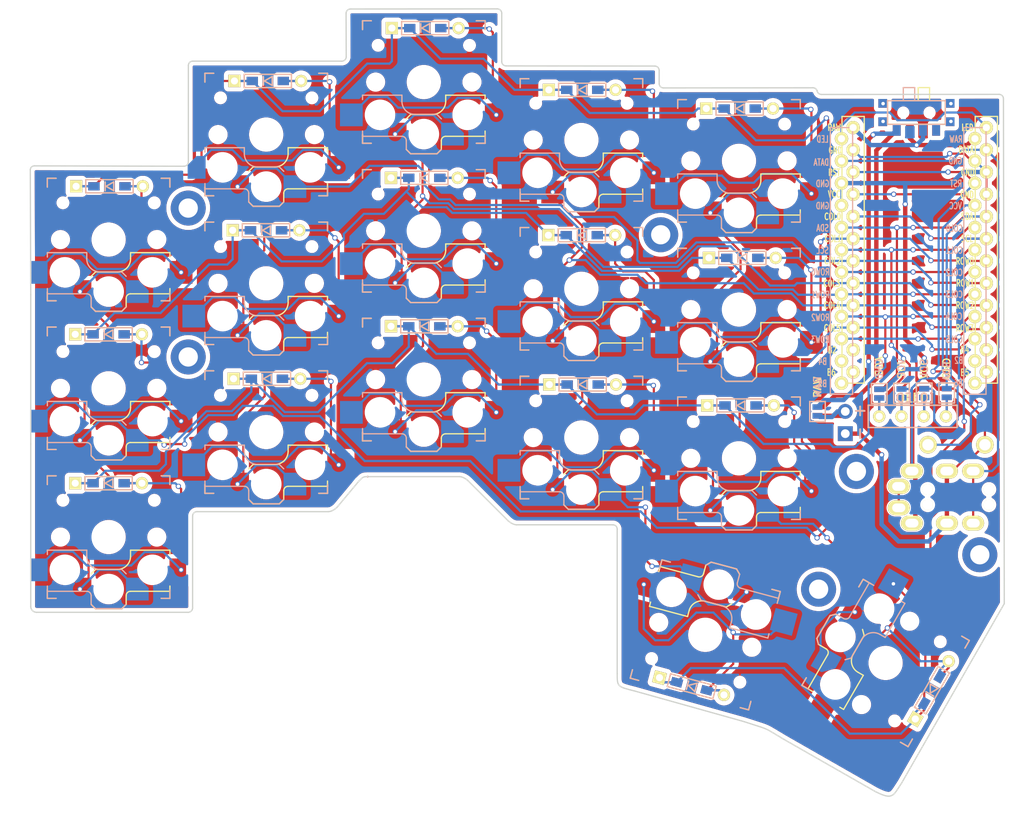
<source format=kicad_pcb>
(kicad_pcb (version 20241229) (generator "pcbnew") (generator_version "9.0")
  (title_block (title "Corne Light") (date "2018-12-26") (rev "2.1") (company "foostan"))
  (layers (0 "F.Cu" signal) (2 "B.Cu" signal) (13 "F.Paste" user) (15 "B.Paste" user) (5 "F.SilkS" user "F.Silkscreen") (7 "B.SilkS" user "B.Silkscreen") (1 "F.Mask" user) (3 "B.Mask" user) (25 "Edge.Cuts" user))
  (net 0 "")
  (net 1 "row0")
  (net 2 "row1")
  (net 3 "Net-(D2-Pad2)")
  (net 4 "row2")
  (net 5 "Net-(D3-Pad2)")
  (net 6 "row3")
  (net 7 "Net-(D4-Pad2)")
  (net 8 "Net-(D5-Pad2)")
  (net 9 "Net-(D6-Pad2)")
  (net 10 "Net-(D8-Pad2)")
  (net 11 "Net-(D9-Pad2)")
  (net 12 "Net-(D10-Pad2)")
  (net 13 "Net-(D11-Pad2)")
  (net 14 "Net-(D12-Pad2)")
  (net 15 "Net-(D14-Pad2)")
  (net 16 "Net-(D15-Pad2)")
  (net 17 "Net-(D16-Pad2)")
  (net 18 "Net-(D17-Pad2)")
  (net 19 "Net-(D18-Pad2)")
  (net 20 "Net-(D20-Pad2)")
  (net 21 "Net-(D21-Pad2)")
  (net 22 "GND")
  (net 23 "VCC")
  (net 24 "col0")
  (net 25 "col1")
  (net 26 "col2")
  (net 27 "col3")
  (net 28 "col4")
  (net 29 "col5")
  (net 30 "LED")
  (net 31 "data")
  (net 32 "reset")
  (net 33 "SCL")
  (net 34 "SDA")
  (net 35 "Net-(U1-Pad14)")
  (net 36 "Net-(U1-Pad13)")
  (net 37 "Net-(U1-Pad12)")
  (net 38 "Net-(U1-Pad11)")
  (net 39 "Net-(J1-PadA)")
  (net 40 "Net-(U1-Pad24)")
  (net 41 "BAT_PLUS")
  (net 42 "SW_RAW_1")
  (net 43 "SW_RAW_2")
  (footprint "kbd:D3_TH_SMD" (layer "F.Cu") (at 86.0044 64.3128)
    (property "Reference" "D2" (hide yes))
    (property "Value" "D" (hide yes))
  )
  (footprint "kbd:D3_TH_SMD" (layer "F.Cu") (at 104.0892 52.2732)
    (property "Reference" "D3" (hide yes))
    (property "Value" "D" (hide yes))
  )
  (footprint "kbd:D3_TH_SMD" (layer "F.Cu") (at 122.0724 46.228)
    (property "Reference" "D4" (hide yes))
    (property "Value" "D" (hide yes))
  )
  (footprint "kbd:D3_TH_SMD" (layer "F.Cu") (at 140.0048 53.2892)
    (property "Reference" "D5" (hide yes))
    (property "Value" "D" (hide yes))
  )
  (footprint "kbd:D3_TH_SMD" (layer "F.Cu") (at 157.988 55.4228)
    (property "Reference" "D6" (hide yes))
    (property "Value" "D" (hide yes))
  )
  (footprint "kbd:D3_TH_SMD" (layer "F.Cu") (at 85.9028 81.2292)
    (property "Reference" "D8" (hide yes))
    (property "Value" "D" (hide yes))
  )
  (footprint "kbd:D3_TH_SMD" (layer "F.Cu") (at 103.886 69.342)
    (property "Reference" "D9" (hide yes))
    (property "Value" "D" (hide yes))
  )
  (footprint "kbd:D3_TH_SMD" (layer "F.Cu") (at 121.9708 63.3476)
    (property "Reference" "D10" (hide yes))
    (property "Value" "D" (hide yes))
  )
  (footprint "kbd:D3_TH_SMD" (layer "F.Cu") (at 139.954 69.9008)
    (property "Reference" "D11" (hide yes))
    (property "Value" "D" (hide yes))
  )
  (footprint "kbd:D3_TH_SMD" (layer "F.Cu") (at 158.2928 72.4916)
    (property "Reference" "D12" (hide yes))
    (property "Value" "D" (hide yes))
  )
  (footprint "kbd:D3_TH_SMD" (layer "F.Cu") (at 85.9028 98.2472)
    (property "Reference" "D14" (hide yes))
    (property "Value" "D" (hide yes))
  )
  (footprint "kbd:D3_TH_SMD" (layer "F.Cu") (at 103.9876 86.3092)
    (property "Reference" "D15" (hide yes))
    (property "Value" "D" (hide yes))
  )
  (footprint "kbd:D3_TH_SMD" (layer "F.Cu") (at 121.9708 80.3148)
    (property "Reference" "D16" (hide yes))
    (property "Value" "D" (hide yes))
  )
  (footprint "kbd:D3_TH_SMD" (layer "F.Cu") (at 140.0556 86.9696)
    (property "Reference" "D17" (hide yes))
    (property "Value" "D" (hide yes))
  )
  (footprint "kbd:D3_TH_SMD" (layer "F.Cu") (at 158.0896 89.3572)
    (property "Reference" "D18" (hide yes))
    (property "Value" "D" (hide yes))
  )
  (footprint "kbd:D3_TH_SMD" (layer "F.Cu") (at 152.514282 121.460596 -15)
    (property "Reference" "D20" (hide yes))
    (property "Value" "D" (hide yes))
  )
  (footprint "kbd:D3_TH_SMD" (layer "F.Cu") (at 179.958166 121.895435 60)
    (property "Reference" "D21" (hide yes))
    (property "Value" "D" (hide yes))
  )
  (footprint "kbd:MJ-4PP-9" (layer "F.Cu") (at 187.96 100.711 -90)
    (property "Reference" "J1")
    (property "Value" "MJ-4PP-9" (hide yes))
  )
  (footprint "keyswitches:Kailh_socket_PG1350_reversible" (layer "F.Cu") (at 85.91 70.4)
    (property "Reference" "SW2" (hide yes))
    (property "Value" "SW_PUSH")
  )
  (footprint "keyswitches:Kailh_socket_PG1350_reversible" (layer "F.Cu") (at 103.91 58.4)
    (property "Reference" "SW3" (hide yes))
    (property "Value" "SW_PUSH")
  )
  (footprint "keyswitches:Kailh_socket_PG1350_reversible" (layer "F.Cu") (at 121.91 52.4)
    (property "Reference" "SW4" (hide yes))
    (property "Value" "SW_PUSH")
  )
  (footprint "keyswitches:Kailh_socket_PG1350_reversible" (layer "F.Cu") (at 139.91 59.02)
    (property "Reference" "SW5" (hide yes))
    (property "Value" "SW_PUSH")
  )
  (footprint "keyswitches:Kailh_socket_PG1350_reversible" (layer "F.Cu") (at 157.91 61.4)
    (property "Reference" "SW6" (hide yes))
    (property "Value" "SW_PUSH")
  )
  (footprint "keyswitches:Kailh_socket_PG1350_reversible" (layer "F.Cu") (at 85.91 87.4)
    (property "Reference" "SW8" (hide yes))
    (property "Value" "SW_PUSH")
  )
  (footprint "keyswitches:Kailh_socket_PG1350_reversible" (layer "F.Cu") (at 103.91 75.4)
    (property "Reference" "SW9" (hide yes))
    (property "Value" "SW_PUSH")
  )
  (footprint "keyswitches:Kailh_socket_PG1350_reversible" (layer "F.Cu") (at 121.91 69.4)
    (property "Reference" "SW10" (hide yes))
    (property "Value" "SW_PUSH")
  )
  (footprint "keyswitches:Kailh_socket_PG1350_reversible" (layer "F.Cu") (at 139.91 76.02)
    (property "Reference" "SW11" (hide yes))
    (property "Value" "SW_PUSH")
  )
  (footprint "keyswitches:Kailh_socket_PG1350_reversible" (layer "F.Cu") (at 157.91 78.4)
    (property "Reference" "SW12" (hide yes))
    (property "Value" "SW_PUSH")
  )
  (footprint "keyswitches:Kailh_socket_PG1350_reversible" (layer "F.Cu") (at 85.91 104.4)
    (property "Reference" "SW14" (hide yes))
    (property "Value" "SW_PUSH")
  )
  (footprint "keyswitches:Kailh_socket_PG1350_reversible" (layer "F.Cu") (at 103.91 92.4)
    (property "Reference" "SW15" (hide yes))
    (property "Value" "SW_PUSH")
  )
  (footprint "keyswitches:Kailh_socket_PG1350_reversible" (layer "F.Cu") (at 121.91 86.4)
    (property "Reference" "SW16" (hide yes))
    (property "Value" "SW_PUSH")
  )
  (footprint "keyswitches:Kailh_socket_PG1350_reversible" (layer "F.Cu") (at 139.91 93.025)
    (property "Reference" "SW17" (hide yes))
    (property "Value" "SW_PUSH")
  )
  (footprint "keyswitches:Kailh_socket_PG1350_reversible" (layer "F.Cu") (at 157.91 95.4)
    (property "Reference" "SW18" (hide yes))
    (property "Value" "SW_PUSH")
  )
  (footprint "keyswitches:Kailh_socket_PG1350_reversible" (layer "F.Cu") (at 154.06 115.58 165)
    (property "Reference" "SW20" (hide yes))
    (property "Value" "SW_PUSH")
  )
  (footprint "keyswitches:Kailh_socket_PG1350_reversible" (layer "F.Cu") (at 174.66 118.79 -120)
    (property "Reference" "SW21" (hide yes))
    (property "Value" "SW_PUSH")
  )
  (footprint "kbd:ProMicro_v2" (layer "F.Cu") (at 178.51 72.0784)
    (property "Reference" "U1" (hide yes))
    (property "Value" "ProMicro" (hide yes))
  )
  (footprint "foostan:Jumper" (layer "F.Cu") (at 179.07 87.9484 -90)
    (property "Reference" "JP65" (hide yes))
    (property "Value" "VCC")
  )
  (footprint "foostan:OLED" (layer "F.Cu") (at 173.93 90.6084)
    (property "Reference" "J2")
    (property "Value" "OLED" (hide yes))
  )
  (footprint "foostan:Jumper" (layer "F.Cu") (at 176.47 87.9684 -90)
    (property "Reference" "JP63" (hide yes))
    (property "Value" "SCL")
  )
  (footprint "foostan:Jumper" (layer "F.Cu") (at 173.93 87.9984 -90)
    (property "Reference" "JP61" (hide yes))
    (property "Value" " SDA")
  )
  (footprint "foostan:Jumper" (layer "F.Cu") (at 181.64 87.9388 -90)
    (property "Reference" "JP68" (hide yes))
    (property "Value" "GND")
  )
  (footprint "kbd:ResetSW" (layer "F.Cu") (at 182.753 93.853)
    (property "Reference" "RSW1" (hide yes))
    (property "Value" "Val**")
  )
  (footprint "kbd:LEGO_HOLE" (layer "F.Cu") (at 171.323 96.901)
    (property "Reference" "h2" (hide yes))
    (property "Value" "h2")
  )
  (footprint "kbd:LEGO_HOLE" (layer "F.Cu") (at 185.42 106.426)
    (property "Reference" "H1" (hide yes))
    (property "Value" "h1")
  )
  (footprint "kbd:LEGO_HOLE" (layer "F.Cu") (at 95 66.802)
    (property "Reference" "h6" (hide yes))
    (property "Value" "h6")
  )
  (footprint "kbd:LEGO_HOLE" (layer "F.Cu") (at 148.971 69.85)
    (property "Reference" "h7" (hide yes))
    (property "Value" "h7")
  )
  (footprint "kbd:LEGO_HOLE" (layer "F.Cu") (at 167.005 110.363)
    (property "Reference" "h3" (hide yes))
    (property "Value" "h3")
  )
  (footprint "kbd:LEGO_HOLE" (layer "F.Cu") (at 95 83.82)
    (property "Reference" "h5" (hide yes))
    (property "Value" "h5")
  )
  (footprint "foostan:Jumper" (layer "F.Cu") (at 166.878 90.043 -90)
    (property "Reference" "JP61" (hide yes))
    (property "Value" "RAW")
  )
  (footprint "Buttons_Switches:SW_SPDT+H-MSK12C01_hor(7pin_SMD)" (layer "F.Cu") (at 178.181 55.88 180)
    (property "Reference" "SW1")
    (property "Value" "SW_SPDT")
  )
  (footprint "kbd:Battery_TH" (layer "F.Cu") (at 170.053 92.583 180)
    (property "Reference" "J3")
    (property "Value" "Conn_01x02_Female")
  )
  (footprint "foostan:Jumper" (layer "B.Cu") (at 176.48 87.9784 -90)
    (property "Reference" "JP64" (hide yes))
    (property "Value" "VCC")
  )
  (footprint "foostan:Jumper" (layer "B.Cu") (at 173.93 88.008 -90)
    (property "Reference" "JP62" (hide yes))
    (property "Value" "GND")
  )
  (footprint "foostan:Jumper" (layer "B.Cu") (at 181.64 87.9284 -90)
    (property "Reference" "JP6" (hide yes))
    (property "Value" " SDA")
  )
  (footprint "foostan:Jumper" (layer "B.Cu") (at 179.06 87.9484 -90)
    (property "Reference" "JP66" (hide yes))
    (property "Value" "SCL")
  )
  (footprint "Buttons_Switches:SW_SPDT+H-MSK12C01_hor(7pin_SMD)" (layer "B.Cu") (at 178.181 55.88)
    (property "Reference" "SW2")
    (property "Value" "SW_SPDT")
  )
  (footprint "foostan:Jumper" (layer "B.Cu") (at 166.878 90.043 -90)
    (property "Reference" "JP62" (hide yes))
    (property "Value" "RAW")
  )
  (gr_curve (pts (xy 115.5 97.5) (xy 115.5 97.5) (xy 115.5 97.5) (xy 115.5 97.5)) (stroke (width 0.2)) (layer "F.Cu"))
  (gr_line (start 187.62 53.805) (end 167.3304 53.81502) (stroke (width 0.15)) (layer "Edge.Cuts"))
  (gr_line (start 94.515447 62.020847) (end 77.4192 61.976) (stroke (width 0.15)) (layer "Edge.Cuts"))
  (gr_line (start 176.5 132.5) (end 188.214 112.014) (stroke (width 0.15)) (layer "Edge.Cuts"))
  (gr_line (start 163 127.5) (end 173.5 133.5) (stroke (width 0.15)) (layer "Edge.Cuts"))
  (gr_arc (start 166.360498 53.055) (mid 166.676734 53.167708) (end 166.8504 53.45502) (stroke (width 0.15)) (layer "Edge.Cuts"))
  (gr_arc (start 167.3304 53.81502) (mid 167.0304 53.71502) (end 166.8504 53.45502) (stroke (width 0.15)) (layer "Edge.Cuts"))
  (gr_line (start 166.360498 53.055) (end 149.2932 53.06902) (stroke (width 0.15)) (layer "Edge.Cuts"))
  (gr_arc (start 95.015447 61.520847) (mid 94.869 61.8744) (end 94.515447 62.020847) (stroke (width 0.15)) (layer "Edge.Cuts"))
  (gr_arc (start 95.01712 50.50682) (mid 95.163567 50.153267) (end 95.51712 50.00682) (stroke (width 0.15)) (layer "Edge.Cuts"))
  (gr_line (start 130.31 44.0362) (end 113.53 44.049553) (stroke (width 0.15)) (layer "Edge.Cuts"))
  (gr_line (start 130.81 50.0534) (end 130.81 44.5362) (stroke (width 0.15)) (layer "Edge.Cuts"))
  (gr_line (start 148.2932 50.56902) (end 131.31 50.5534) (stroke (width 0.15)) (layer "Edge.Cuts"))
  (gr_line (start 148.7932 52.56902) (end 148.7932 51.06902) (stroke (width 0.15)) (layer "Edge.Cuts"))
  (gr_line (start 95.01712 50.50682) (end 95.015447 61.520847) (stroke (width 0.15)) (layer "Edge.Cuts"))
  (gr_line (start 112.54712 50.00682) (end 95.51712 50.00682) (stroke (width 0.15)) (layer "Edge.Cuts"))
  (gr_line (start 113.03 44.549553) (end 113.04712 49.50682) (stroke (width 0.15)) (layer "Edge.Cuts"))
  (gr_arc (start 113.04712 49.50682) (mid 112.900673 49.860373) (end 112.54712 50.00682) (stroke (width 0.15)) (layer "Edge.Cuts"))
  (gr_arc (start 113.03 44.549553) (mid 113.176447 44.196) (end 113.53 44.049553) (stroke (width 0.15)) (layer "Edge.Cuts"))
  (gr_arc (start 130.31 44.0362) (mid 130.663553 44.182647) (end 130.81 44.5362) (stroke (width 0.15)) (layer "Edge.Cuts"))
  (gr_arc (start 131.31 50.5534) (mid 130.956447 50.406953) (end 130.81 50.0534) (stroke (width 0.15)) (layer "Edge.Cuts"))
  (gr_arc (start 148.2932 50.56902) (mid 148.646753 50.715467) (end 148.7932 51.06902) (stroke (width 0.15)) (layer "Edge.Cuts"))
  (gr_arc (start 149.2932 53.06902) (mid 148.939647 52.922573) (end 148.7932 52.56902) (stroke (width 0.15)) (layer "Edge.Cuts"))
  (gr_arc (start 187.62 53.805) (mid 187.973553 53.951447) (end 188.12 54.305) (stroke (width 0.15)) (layer "Edge.Cuts"))
  (gr_line (start 95.5 112.5) (end 95.5 102) (stroke (width 0.15)) (layer "Edge.Cuts"))
  (gr_curve (pts (xy 114.5 98) (xy 115 97.5) (xy 115 97.5) (xy 115.5 97.5)) (stroke (width 0.15)) (layer "Edge.Cuts"))
  (gr_curve (pts (xy 111 101.5) (xy 111.5 101.5) (xy 112 101) (xy 112 101)) (stroke (width 0.15)) (layer "Edge.Cuts"))
  (gr_line (start 77.0128 93.7768) (end 77.0128 112.3396) (stroke (width 0.15)) (layer "Edge.Cuts"))
  (gr_line (start 76.962 62.4332) (end 77.0128 76.708) (stroke (width 0.15)) (layer "Edge.Cuts"))
  (gr_line (start 188.12 54.305) (end 188.214 112.014) (stroke (width 0.15)) (layer "Edge.Cuts"))
  (gr_line (start 112 101) (end 114.5 98) (stroke (width 0.15)) (layer "Edge.Cuts"))
  (gr_arc (start 143.5 103) (mid 143.853553 103.146447) (end 144 103.5) (stroke (width 0.15)) (layer "Edge.Cuts"))
  (gr_curve (pts (xy 126 97.5) (xy 126.5 97.5) (xy 127 98) (xy 127 98)) (stroke (width 0.15)) (layer "Edge.Cuts"))
  (gr_curve (pts (xy 163 127.5) (xy 160.5 126) (xy 161.5 126.5) (xy 158.5 125.5)) (stroke (width 0.15)) (layer "Edge.Cuts"))
  (gr_arc (start 95.5 102) (mid 95.646447 101.646447) (end 96 101.5) (stroke (width 0.15)) (layer "Edge.Cuts"))
  (gr_line (start 143.5 103) (end 132.5 103) (stroke (width 0.15)) (layer "Edge.Cuts"))
  (gr_curve (pts (xy 176.5 132.5) (xy 175.5 134) (xy 175.5 134.5) (xy 173.5 133.5)) (stroke (width 0.15)) (layer "Edge.Cuts"))
  (gr_arc (start 95.5 112.5) (mid 95.353553 112.853553) (end 95 113) (stroke (width 0.15)) (layer "Edge.Cuts"))
  (gr_curve (pts (xy 146 122) (xy 144 121.5) (xy 144 121.5) (xy 144 120)) (stroke (width 0.15)) (layer "Edge.Cuts"))
  (gr_line (start 131.5 102.5) (end 127 98) (stroke (width 0.15)) (layer "Edge.Cuts"))
  (gr_line (start 77.0128 76.708) (end 77.0128 93.7768) (stroke (width 0.15)) (layer "Edge.Cuts"))
  (gr_line (start 144 103.5) (end 144 120) (stroke (width 0.15)) (layer "Edge.Cuts"))
  (gr_curve (pts (xy 132.5 103) (xy 132 103) (xy 131.5 102.5) (xy 131.5 102.5)) (stroke (width 0.15)) (layer "Edge.Cuts"))
  (gr_arc (start 76.962 62.4332) (mid 77.095911 62.109911) (end 77.4192 61.976) (stroke (width 0.15)) (layer "Edge.Cuts"))
  (gr_line (start 115.5 97.5) (end 126 97.5) (stroke (width 0.15)) (layer "Edge.Cuts"))
  (gr_line (start 96 101.5) (end 111 101.5) (stroke (width 0.15)) (layer "Edge.Cuts"))
  (gr_line (start 77.6732 113) (end 95 113) (stroke (width 0.15)) (layer "Edge.Cuts"))
  (gr_line (start 146 122) (end 158.5 125.5) (stroke (width 0.15)) (layer "Edge.Cuts"))
  (gr_arc (start 77.6732 113) (mid 77.206227 112.806573) (end 77.0128 112.3396) (stroke (width 0.15)) (layer "Edge.Cuts"))
  (gr_text "GND" (at 168.91 60.198 0) (layer "F.SilkS") (effects (font (size 0.75 0.5) (thickness 0.125))))
  (via (at 182.118 56.896) (size 0.6) (drill 0.4) (layers "F.Cu" "B.Cu") (net 0))
  (via (at 174.371 54.864) (size 0.6) (drill 0.4) (layers "F.Cu" "B.Cu") (net 0))
  (via (at 174.371 56.896) (size 0.6) (drill 0.4) (layers "F.Cu" "B.Cu") (net 0))
  (via (at 182.118 54.864) (size 0.6) (drill 0.4) (layers "F.Cu" "B.Cu") (net 0))
  (segment (start 96.52 53.6448) (end 97.8916 52.2732) (width 0.25) (layer "F.Cu") (net 1))
  (segment (start 118.2624 46.228) (end 120.2974 46.228) (width 0.25) (layer "F.Cu") (net 1))
  (segment (start 154.178 55.4228) (end 156.213 55.4228) (width 0.25) (layer "F.Cu") (net 1))
  (segment (start 138.2298 53.2892) (end 136.1948 53.2892) (width 0.25) (layer "F.Cu") (net 1))
  (segment (start 85.5502 62.992) (end 84.2294 64.3128) (width 0.25) (layer "F.Cu") (net 1))
  (segment (start 167.894 56.515) (end 168.0972 56.7182) (width 0.25) (layer "F.Cu") (net 1))
  (segment (start 183.598 72.8404) (end 182.328 74.1104) (width 0.25) (layer "F.Cu") (net 1))
  (segment (start 168.0972 72.5876) (end 169.62 74.1104) (width 0.25) (layer "F.Cu") (net 1))
  (segment (start 102.3142 52.2732) (end 100.2792 52.2732) (width 0.25) (layer "F.Cu") (net 1))
  (segment (start 96.52 53.6448) (end 96.52 61.849) (width 0.25) (layer "F.Cu") (net 1))
  (segment (start 95.377 62.992) (end 85.5502 62.992) (width 0.25) (layer "F.Cu") (net 1))
  (segment (start 97.8916 52.2732) (end 100.2792 52.2732) (width 0.25) (layer "F.Cu") (net 1))
  (segment (start 96.52 61.849) (end 95.377 62.992) (width 0.25) (layer "F.Cu") (net 1))
  (segment (start 186.1664 72.8404) (end 183.598 72.8404) (width 0.25) (layer "F.Cu") (net 1))
  (segment (start 168.0972 56.7182) (end 168.0972 72.5876) (width 0.25) (layer "F.Cu") (net 1))
  (segment (start 84.2294 64.3128) (end 82.1944 64.3128) (width 0.25) (layer "F.Cu") (net 1))
  (segment (start 182.328 74.1104) (end 177.8 74.1104) (width 0.25) (layer "F.Cu") (net 1))
  (via (at 177.8 74.1104) (size 0.6) (drill 0.4) (layers "F.Cu" "B.Cu") (net 1))
  (via (at 167.894 56.515) (size 0.6) (drill 0.4) (layers "F.Cu" "B.Cu") (net 1))
  (segment (start 102.3142 52.2732) (end 100.2792 52.2732) (width 0.25) (layer "B.Cu") (net 1))
  (segment (start 128.7272 49.7332) (end 132.2832 53.2892) (width 0.25) (layer "B.Cu") (net 1))
  (segment (start 140.8714 55.9308) (end 138.2298 53.2892) (width 0.25) (layer "B.Cu") (net 1))
  (segment (start 152.7215 55.9308) (end 140.8714 55.9308) (width 0.25) (layer "B.Cu") (net 1))
  (segment (start 159.8452 59.055) (end 156.213 55.4228) (width 0.25) (layer "B.Cu") (net 1))
  (segment (start 120.2974 46.228) (end 118.2624 46.228) (width 0.25) (layer "B.Cu") (net 1))
  (segment (start 153.2295 55.4228) (end 152.7215 55.9308) (width 0.25) (layer "B.Cu") (net 1))
  (segment (start 165.354 59.055) (end 159.8452 59.055) (width 0.25) (layer "B.Cu") (net 1))
  (segment (start 118.2624 46.228) (end 118.2624 50.0126) (width 0.25) (layer "B.Cu") (net 1))
  (segment (start 123.8026 49.7332) (end 128.7272 49.7332) (width 0.25) (layer "B.Cu") (net 1))
  (segment (start 154.178 55.4228) (end 153.2295 55.4228) (width 0.25) (layer "B.Cu") (net 1))
  (segment (start 84.2294 64.3128) (end 82.1944 64.3128) (width 0.25) (layer "B.Cu") (net 1))
  (segment (start 118.2624 50.0126) (end 117.983 50.292) (width 0.25) (layer "B.Cu") (net 1))
  (segment (start 132.2832 53.2892) (end 136.1948 53.2892) (width 0.25) (layer "B.Cu") (net 1))
  (segment (start 105.7686 55.7276) (end 102.3142 52.2732) (width 0.25) (layer "B.Cu") (net 1))
  (segment (start 169.62 74.1104) (end 177.8 74.1104) (width 0.25) (layer "B.Cu") (net 1))
  (segment (start 138.2298 53.2892) (end 136.1948 53.2892) (width 0.25) (layer "B.Cu") (net 1))
  (segment (start 117.983 50.292) (end 115.443 50.292) (width 0.25) (layer "B.Cu") (net 1))
  (segment (start 110.0074 55.7276) (end 105.7686 55.7276) (width 0.25) (layer "B.Cu") (net 1))
  (segment (start 115.443 50.292) (end 110.0074 55.7276) (width 0.25) (layer "B.Cu") (net 1))
  (segment (start 156.213 55.4228) (end 154.178 55.4228) (width 0.25) (layer "B.Cu") (net 1))
  (segment (start 120.2974 46.228) (end 123.8026 49.7332) (width 0.25) (layer "B.Cu") (net 1))
  (segment (start 167.894 56.515) (end 165.354 59.055) (width 0.25) (layer "B.Cu") (net 1))
  (segment (start 186.1664 75.3804) (end 183.852 75.3804) (width 0.25) (layer "F.Cu") (net 2))
  (segment (start 182.582 76.6504) (end 177.8 76.6504) (width 0.25) (layer "F.Cu") (net 2))
  (segment (start 138.179 69.9008) (end 136.144 69.9008) (width 0.25) (layer "F.Cu") (net 2))
  (segment (start 183.852 75.3804) (end 182.582 76.6504) (width 0.25) (layer "F.Cu") (net 2))
  (segment (start 102.111 69.342) (end 100.076 69.342) (width 0.25) (layer "F.Cu") (net 2))
  (segment (start 120.1958 63.3476) (end 118.1608 63.3476) (width 0.25) (layer "F.Cu") (net 2))
  (segment (start 84.1278 81.2292) (end 82.0928 81.2292) (width 0.25) (layer "F.Cu") (net 2))
  (segment (start 156.5178 72.4916) (end 154.4828 72.4916) (width 0.25) (layer "F.Cu") (net 2))
  (via (at 177.8 76.6504) (size 0.6) (drill 0.4) (layers "F.Cu" "B.Cu") (net 2))
  (segment (start 164.071887 76.110969) (end 164.668918 76.708) (width 0.25) (layer "B.Cu") (net 2))
  (segment (start 138.179 69.9008) (end 136.144 69.9008) (width 0.25) (layer "B.Cu") (net 2))
  (segment (start 115.062 67.4624) (end 112.776 69.7484) (width 0.25) (layer "B.Cu") (net 2))
  (segment (start 120.1958 63.3476) (end 120.1958 64.6146) (width 0.25) (layer "B.Cu") (net 2))
  (segment (start 169.62 76.6504) (end 177.8 76.6504) (width 0.25) (layer "B.Cu") (net 2))
  (segment (start 86.5662 78.7908) (end 91.8464 78.7908) (width 0.25) (layer "B.Cu") (net 2))
  (segment (start 160.137169 76.110969) (end 164.071887 76.110969) (width 0.25) (layer "B.Cu") (net 2))
  (segment (start 100.076 72.644) (end 100.076 69.342) (width 0.25) (layer "B.Cu") (net 2))
  (segment (start 102.111 69.342) (end 100.076 69.342) (width 0.25) (layer "B.Cu") (net 2))
  (segment (start 121.7168 66.7004) (end 119.9134 64.897) (width 0.25) (layer "B.Cu") (net 2))
  (segment (start 97.3836 73.2536) (end 99.4664 73.2536) (width 0.25) (layer "B.Cu") (net 2))
  (segment (start 112.776 69.7484) (end 112.776 70.358) (width 0.25) (layer "B.Cu") (net 2))
  (segment (start 154.4828 72.4916) (end 152.5524 72.4916) (width 0.25) (layer "B.Cu") (net 2))
  (segment (start 110.236 72.898) (end 105.667 72.898) (width 0.25) (layer "B.Cu") (net 2))
  (segment (start 133.59632 67.35312) (end 125.16352 67.35312) (width 0.25) (layer "B.Cu") (net 2))
  (segment (start 84.1278 81.2292) (end 86.5662 78.7908) (width 0.25) (layer "B.Cu") (net 2))
  (segment (start 136.144 69.9008) (end 133.59632 67.35312) (width 0.25) (layer "B.Cu") (net 2))
  (segment (start 119.9134 64.897) (end 117.348 67.4624) (width 0.25) (layer "B.Cu") (net 2))
  (segment (start 151.07152 73.97248) (end 142.25068 73.97248) (width 0.25) (layer "B.Cu") (net 2))
  (segment (start 112.776 70.358) (end 110.236 72.898) (width 0.25) (layer "B.Cu") (net 2))
  (segment (start 120.1958 64.6146) (end 119.9134 64.897) (width 0.25) (layer "B.Cu") (net 2))
  (segment (start 105.667 72.898) (end 102.111 69.342) (width 0.25) (layer "B.Cu") (net 2))
  (segment (start 99.4664 73.2536) (end 100.076 72.644) (width 0.25) (layer "B.Cu") (net 2))
  (segment (start 91.8464 78.7908) (end 97.3836 73.2536) (width 0.25) (layer "B.Cu") (net 2))
  (segment (start 156.5178 72.4916) (end 154.4828 72.4916) (width 0.25) (layer "B.Cu") (net 2))
  (segment (start 125.16352 67.35312) (end 124.5108 66.7004) (width 0.25) (layer "B.Cu") (net 2))
  (segment (start 142.25068 73.97248) (end 138.179 69.9008) (width 0.25) (layer "B.Cu") (net 2))
  (segment (start 120.1958 63.3476) (end 118.1608 63.3476) (width 0.25) (layer "B.Cu") (net 2))
  (segment (start 124.5108 66.7004) (end 121.7168 66.7004) (width 0.25) (layer "B.Cu") (net 2))
  (segment (start 152.5524 72.4916) (end 151.07152 73.97248) (width 0.25) (layer "B.Cu") (net 2))
  (segment (start 84.1278 81.2292) (end 82.0928 81.2292) (width 0.25) (layer "B.Cu") (net 2))
  (segment (start 156.5178 72.4916) (end 160.137169 76.110969) (width 0.25) (layer "B.Cu") (net 2))
  (segment (start 117.348 67.4624) (end 115.062 67.4624) (width 0.25) (layer "B.Cu") (net 2))
  (segment (start 164.668918 76.708) (end 169.5624 76.708) (width 0.25) (layer "B.Cu") (net 2))
  (segment (start 89.662 66.294) (end 89.662 64.4652) (width 0.25) (layer "F.Cu") (net 3))
  (segment (start 93.726 70.358) (end 89.662 66.294) (width 0.25) (layer "F.Cu") (net 3))
  (segment (start 93.726 73.691) (end 93.726 70.358) (width 0.25) (layer "F.Cu") (net 3))
  (segment (start 87.7794 64.3128) (end 89.8144 64.3128) (width 0.25) (layer "F.Cu") (net 3))
  (via (at 94.185 74.15) (size 0.6) (drill 0.4) (layers "F.Cu" "B.Cu") (net 3))
  (segment (start 89.7636 72.0852) (end 92.1202 72.0852) (width 0.25) (layer "B.Cu") (net 3))
  (segment (start 77.635 74.15) (end 79.7506 72.0344) (width 0.25) (layer "B.Cu") (net 3))
  (segment (start 88.07952 73.76928) (end 89.7636 72.0852) (width 0.25) (layer "B.Cu") (net 3))
  (segment (start 82.845123 72.0344) (end 84.580003 73.76928) (width 0.25) (layer "B.Cu") (net 3))
  (segment (start 84.580003 73.76928) (end 88.07952 73.76928) (width 0.25) (layer "B.Cu") (net 3))
  (segment (start 79.7506 72.0344) (end 82.845123 72.0344) (width 0.25) (layer "B.Cu") (net 3))
  (segment (start 87.7794 64.3128) (end 89.8144 64.3128) (width 0.25) (layer "B.Cu") (net 3))
  (segment (start 92.1202 72.0852) (end 94.185 74.15) (width 0.25) (layer "B.Cu") (net 3))
  (segment (start 156.3146 89.3572) (end 154.2796 89.3572) (width 0.25) (layer "F.Cu") (net 4))
  (segment (start 174.625 83.693) (end 174.625 79.248) (width 0.25) (layer "F.Cu") (net 4))
  (segment (start 182.836 79.1904) (end 177.8 79.1904) (width 0.25) (layer "F.Cu") (net 4))
  (segment (start 84.1278 98.2472) (end 82.0928 98.2472) (width 0.25) (layer "F.Cu") (net 4))
  (segment (start 184.106 77.9204) (end 182.836 79.1904) (width 0.25) (layer "F.Cu") (net 4))
  (segment (start 138.2806 86.9696) (end 136.2456 86.9696) (width 0.25) (layer "F.Cu") (net 4))
  (segment (start 186.1664 77.9204) (end 184.106 77.9204) (width 0.25) (layer "F.Cu") (net 4))
  (segment (start 120.1958 80.3148) (end 118.1608 80.3148) (width 0.25) (layer "F.Cu") (net 4))
  (segment (start 102.2126 86.3092) (end 100.1776 86.3092) (width 0.25) (layer "F.Cu") (net 4))
  (via (at 174.625 79.248) (size 0.6) (drill 0.4) (layers "F.Cu" "B.Cu") (net 4))
  (via (at 177.8 79.1904) (size 0.6) (drill 0.4) (layers "F.Cu" "B.Cu") (net 4))
  (via (at 174.625 83.693) (size 0.6) (drill 0.4) (layers "F.Cu" "B.Cu") (net 4))
  (segment (start 160.714911 93.757511) (end 168.306511 93.757511) (width 0.25) (layer "B.Cu") (net 4))
  (segment (start 97.0788 90.0176) (end 92.456 94.6404) (width 0.25) (layer "B.Cu") (net 4))
  (segment (start 102.2126 87.7794) (end 99.9744 90.0176) (width 0.25) (layer "B.Cu") (net 4))
  (segment (start 172.72 92.583) (end 172.72 86.868) (width 0.25) (layer "B.Cu") (net 4))
  (segment (start 138.2806 86.9696) (end 136.2456 86.9696) (width 0.25) (layer "B.Cu") (net 4))
  (segment (start 92.456 94.6404) (end 92.456 96.0628) (width 0.25) (layer "B.Cu") (net 4))
  (segment (start 130.4544 86.9696) (end 126.9492 83.4644) (width 0.25) (layer "B.Cu") (net 4))
  (segment (start 173.482 86.106) (end 174.625 84.963) (width 0.25) (layer "B.Cu") (net 4))
  (segment (start 168.656 94.107) (end 171.196 94.107) (width 0.25) (layer "B.Cu") (net 4))
  (segment (start 123.3454 83.4644) (end 120.1958 80.3148) (width 0.25) (layer "B.Cu") (net 4))
  (segment (start 102.2126 86.3092) (end 102.2126 87.7794) (width 0.25) (layer "B.Cu") (net 4))
  (segment (start 145.9992 90.3732) (end 141.6842 90.3732) (width 0.25) (layer "B.Cu") (net 4))
  (segment (start 109.8296 90.1192) (end 106.0226 90.1192) (width 0.25) (layer "B.Cu") (net 4))
  (segment (start 85.5502 96.8248) (end 84.1278 98.2472) (width 0.25) (layer "B.Cu") (net 4))
  (segment (start 172.72 86.868) (end 173.482 86.106) (width 0.25) (layer "B.Cu") (net 4))
  (segment (start 120.1958 80.3148) (end 118.1608 80.3148) (width 0.25) (layer "B.Cu") (net 4))
  (segment (start 156.3146 89.3572) (end 160.714911 93.757511) (width 0.25) (layer "B.Cu") (net 4))
  (segment (start 141.6842 90.3732) (end 138.2806 86.9696) (width 0.25) (layer "B.Cu") (net 4))
  (segment (start 120.1958 82.6486) (end 118.3132 84.5312) (width 0.25) (layer "B.Cu") (net 4))
  (segment (start 99.9744 90.0176) (end 97.0788 90.0176) (width 0.25) (layer "B.Cu") (net 4))
  (segment (start 92.456 96.0628) (end 91.694 96.8248) (width 0.25) (layer "B.Cu") (net 4))
  (segment (start 84.1278 98.2472) (end 82.0928 98.2472) (width 0.25) (layer "B.Cu") (net 4))
  (segment (start 91.694 96.8248) (end 85.5502 96.8248) (width 0.25) (layer "B.Cu") (net 4))
  (segment (start 115.4176 84.5312) (end 109.8296 90.1192) (width 0.25) (layer "B.Cu") (net 4))
  (segment (start 169.62 79.1904) (end 177.8 79.1904) (width 0.25) (layer "B.Cu") (net 4))
  (segment (start 118.3132 84.5312) (end 115.4176 84.5312) (width 0.25) (layer "B.Cu") (net 4))
  (segment (start 156.3146 89.3572) (end 154.2796 89.3572) (width 0.25) (layer "B.Cu") (net 4))
  (segment (start 136.2456 86.9696) (end 130.4544 86.9696) (width 0.25) (layer "B.Cu") (net 4))
  (segment (start 120.1958 80.3148) (end 120.1958 82.6486) (width 0.25) (layer "B.Cu") (net 4))
  (segment (start 171.196 94.107) (end 172.72 92.583) (width 0.25) (layer "B.Cu") (net 4))
  (segment (start 174.625 84.963) (end 174.625 83.693) (width 0.25) (layer "B.Cu") (net 4))
  (segment (start 147.0152 89.3572) (end 145.9992 90.3732) (width 0.25) (layer "B.Cu") (net 4))
  (segment (start 154.2796 89.3572) (end 147.0152 89.3572) (width 0.25) (layer "B.Cu") (net 4))
  (segment (start 102.2126 86.3092) (end 100.1776 86.3092) (width 0.25) (layer "B.Cu") (net 4))
  (segment (start 126.9492 83.4644) (end 123.3454 83.4644) (width 0.25) (layer "B.Cu") (net 4))
  (segment (start 168.306511 93.757511) (end 168.656 94.107) (width 0.25) (layer "B.Cu") (net 4))
  (segment (start 106.0226 90.1192) (end 102.2126 86.3092) (width 0.25) (layer "B.Cu") (net 4))
  (segment (start 105.8642 52.2732) (end 107.8992 52.2732) (width 0.25) (layer "F.Cu") (net 5))
  (segment (start 111.1504 52.3748) (end 111.1504 61.1154) (width 0.25) (layer "F.Cu") (net 5))
  (via (at 112.185 62.15) (size 0.6) (drill 0.4) (layers "F.Cu" "B.Cu") (net 5))
  (via (at 111.1504 52.3748) (size 0.6) (drill 0.4) (layers "F.Cu" "B.Cu") (net 5))
  (segment (start 101.266257 61.3664) (end 106.8832 61.3664) (width 0.25) (layer "B.Cu") (net 5))
  (segment (start 106.8832 61.3664) (end 108.1024 60.1472) (width 0.25) (layer "B.Cu") (net 5))
  (segment (start 105.8642 52.2732) (end 107.8992 52.2732) (width 0.25) (layer "B.Cu") (net 5))
  (segment (start 107.8992 52.2732) (end 111.0488 52.2732) (width 0.25) (layer "B.Cu") (net 5))
  (segment (start 97.6378 60.1472) (end 100.047057 60.1472) (width 0.25) (layer "B.Cu") (net 5))
  (segment (start 95.635 62.15) (end 97.6378 60.1472) (width 0.25) (layer "B.Cu") (net 5))
  (segment (start 110.1822 60.1472) (end 112.185 62.15) (width 0.25) (layer "B.Cu") (net 5))
  (segment (start 100.047057 60.1472) (end 101.266257 61.3664) (width 0.25) (layer "B.Cu") (net 5))
  (segment (start 108.1024 60.1472) (end 110.1822 60.1472) (width 0.25) (layer "B.Cu") (net 5))
  (segment (start 111.0488 52.2732) (end 111.1504 52.3748) (width 0.25) (layer "B.Cu") (net 5))
  (segment (start 180.975 101.092) (end 179.7812 102.2858) (width 0.25) (layer "F.Cu") (net 6))
  (segment (start 180.975 98.679) (end 180.975 101.092) (width 0.25) (layer "F.Cu") (net 6))
  (segment (start 179.7812 102.2858) (end 179.7812 112.776) (width 0.25) (layer "F.Cu") (net 6))
  (segment (start 179.8828 95.9612) (end 179.8828 97.5868) (width 0.25) (layer "F.Cu") (net 6))
  (segment (start 150.799764 121.001192) (end 149.360802 121.001192) (width 0.25) (layer "F.Cu") (net 6))
  (segment (start 179.7812 112.776) (end 179.197 113.3602) (width 0.25) (layer "F.Cu") (net 6))
  (segment (start 178.373611 81.756789) (end 178.4 81.7304) (width 0.25) (layer "F.Cu") (net 6))
  (segment (start 179.070666 124.177492) (end 178.053166 125.194992) (width 0.25) (layer "F.Cu") (net 6))
  (segment (start 182.836 81.7304) (end 183.923001 80.643399) (width 0.25) (layer "F.Cu") (net 6))
  (segment (start 179.197 119.634) (end 179.070666 119.760334) (width 0.25) (layer "F.Cu") (net 6))
  (segment (start 179.197 113.3602) (end 179.197 119.634) (width 0.25) (layer "F.Cu") (net 6))
  (segment (start 149.360802 121.001192) (end 148.834105 120.474495) (width 0.25) (layer "F.Cu") (net 6))
  (segment (start 183.642 92.202) (end 179.8828 95.9612) (width 0.25) (layer "F.Cu") (net 6))
  (segment (start 179.070666 123.43263) (end 179.070666 124.177492) (width 0.25) (layer "F.Cu") (net 6))
  (segment (start 179.8828 97.5868) (end 180.975 98.679) (width 0.25) (layer "F.Cu") (net 6))
  (segment (start 179.070666 119.760334) (end 179.070666 123.43263) (width 0.25) (layer "F.Cu") (net 6))
  (segment (start 178.4 81.7304) (end 182.836 81.7304) (width 0.25) (layer "F.Cu") (net 6))
  (segment (start 183.642 91.186) (end 183.642 92.202) (width 0.25) (layer "F.Cu") (net 6))
  (segment (start 183.923001 80.643399) (end 185.983401 80.643399) (width 0.25) (layer "F.Cu") (net 6))
  (via (at 183.0324 81.534) (size 0.6) (drill 0.4) (layers "F.Cu" "B.Cu") (net 6))
  (via (at 178.373611 81.756789) (size 0.6) (drill 0.4) (layers "F.Cu" "B.Cu") (net 6))
  (via (at 183.642 91.186) (size 0.6) (drill 0.4) (layers "F.Cu" "B.Cu") (net 6))
  (segment (start 178.053166 124.45013) (end 179.070666 123.43263) (width 0.25) (layer "B.Cu") (net 6))
  (segment (start 152.420956 119.38) (end 163.068 119.38) (width 0.25) (layer "B.Cu") (net 6))
  (segment (start 176.403 126.873) (end 178.053166 125.222834) (width 0.25) (layer "B.Cu") (net 6))
  (segment (start 183.5912 91.1352) (end 183.642 91.186) (width 0.25) (layer "B.Cu") (net 6))
  (segment (start 178.347222 81.7304) (end 178.373611 81.756789) (width 0.25) (layer "B.Cu") (net 6))
  (segment (start 150.799764 121.001192) (end 149.360802 121.001192) (width 0.25) (layer "B.Cu") (net 6))
  (segment (start 183.0324 86.2584) (end 183.5912 86.8172) (width 0.25) (layer "B.Cu") (net 6))
  (segment (start 170.561 126.873) (end 176.403 126.873) (width 0.25) (layer "B.Cu") (net 6))
  (segment (start 178.053166 125.194992) (end 178.053166 124.45013) (width 0.25) (layer "B.Cu") (net 6))
  (segment (start 150.799764 121.001192) (end 152.420956 119.38) (width 0.25) (layer "B.Cu") (net 6))
  (segment (start 149.360802 121.001192) (end 148.834105 120.474495) (width 0.25) (layer "B.Cu") (net 6))
  (segment (start 163.068 119.38) (end 170.561 126.873) (width 0.25) (layer "B.Cu") (net 6))
  (segment (start 183.0324 81.534) (end 183.0324 86.2584) (width 0.25) (layer "B.Cu") (net 6))
  (segment (start 169.62 81.7304) (end 178.347222 81.7304) (width 0.25) (layer "B.Cu") (net 6))
  (segment (start 183.5912 86.8172) (end 183.5912 91.1352) (width 0.25) (layer "B.Cu") (net 6))
  (segment (start 129.794 46.736) (end 129.794 55.759) (width 0.25) (layer "F.Cu") (net 7))
  (segment (start 129.3876 46.3296) (end 129.794 46.736) (width 0.25) (layer "F.Cu") (net 7))
  (segment (start 123.8474 46.228) (end 125.8824 46.228) (width 0.25) (layer "F.Cu") (net 7))
  (via (at 129.3876 46.3296) (size 0.6) (drill 0.4) (layers "F.Cu" "B.Cu") (net 7))
  (via (at 130.185 56.15) (size 0.6) (drill 0.4) (layers "F.Cu" "B.Cu") (net 7))
  (segment (start 113.635 56.15) (end 115.683 54.102) (width 0.25) (layer "B.Cu") (net 7))
  (segment (start 117.7544 54.102) (end 118.9736 55.3212) (width 0.25) (layer "B.Cu") (net 7))
  (segment (start 129.3876 46.3296) (end 129.286 46.228) (width 0.25) (layer "B.Cu") (net 7))
  (segment (start 115.683 54.102) (end 117.7544 54.102) (width 0.25) (layer "B.Cu") (net 7))
  (segment (start 125.7808 54.2036) (end 128.2386 54.2036) (width 0.25) (layer "B.Cu") (net 7))
  (segment (start 118.9736 55.3212) (end 124.6632 55.3212) (width 0.25) (layer "B.Cu") (net 7))
  (segment (start 124.6632 55.3212) (end 125.7808 54.2036) (width 0.25) (layer "B.Cu") (net 7))
  (segment (start 125.8824 46.228) (end 123.8474 46.228) (width 0.25) (layer "B.Cu") (net 7))
  (segment (start 128.2386 54.2036) (end 130.185 56.15) (width 0.25) (layer "B.Cu") (net 7))
  (segment (start 129.286 46.228) (end 125.8824 46.228) (width 0.25) (layer "B.Cu") (net 7))
  (segment (start 148.185 53.5954) (end 148.185 62.77) (width 0.25) (layer "F.Cu") (net 8))
  (segment (start 148.0312 53.4416) (end 148.185 53.5954) (width 0.25) (layer "F.Cu") (net 8))
  (segment (start 141.7798 53.2892) (end 143.8148 53.2892) (width 0.25) (layer "F.Cu") (net 8))
  (via (at 148.0312 53.4416) (size 0.6) (drill 0.4) (layers "F.Cu" "B.Cu") (net 8))
  (via (at 148.185 62.77) (size 0.6) (drill 0.4) (layers "F.Cu" "B.Cu") (net 8))
  (segment (start 147.8788 53.2892) (end 148.0312 53.4416) (width 0.25) (layer "B.Cu") (net 8))
  (segment (start 142.1384 62.3824) (end 143.8148 60.706) (width 0.25) (layer "B.Cu") (net 8))
  (segment (start 143.8148 60.706) (end 146.121 60.706) (width 0.25) (layer "B.Cu") (net 8))
  (segment (start 133.699 60.706) (end 136.0424 60.706) (width 0.25) (layer "B.Cu") (net 8))
  (segment (start 143.8148 53.2892) (end 147.8788 53.2892) (width 0.25) (layer "B.Cu") (net 8))
  (segment (start 137.7188 62.3824) (end 142.1384 62.3824) (width 0.25) (layer "B.Cu") (net 8))
  (segment (start 131.635 62.77) (end 133.699 60.706) (width 0.25) (layer "B.Cu") (net 8))
  (segment (start 136.0424 60.706) (end 137.7188 62.3824) (width 0.25) (layer "B.Cu") (net 8))
  (segment (start 146.121 60.706) (end 148.185 62.77) (width 0.25) (layer "B.Cu") (net 8))
  (segment (start 141.7798 53.2892) (end 143.8148 53.2892) (width 0.25) (layer "B.Cu") (net 8))
  (segment (start 166.185 55.5934) (end 166.116 55.5244) (width 0.25) (layer "F.Cu") (net 9))
  (segment (start 159.763 55.4228) (end 161.798 55.4228) (width 0.25) (layer "F.Cu") (net 9))
  (segment (start 166.185 65.15) (end 166.185 55.5934) (width 0.25) (layer "F.Cu") (net 9))
  (via (at 166.116 55.5244) (size 0.6) (drill 0.4) (layers "F.Cu" "B.Cu") (net 9))
  (via (at 166.185 65.15) (size 0.6) (drill 0.4) (layers "F.Cu" "B.Cu") (net 9))
  (segment (start 160.6296 62.8904) (end 163.9254 62.8904) (width 0.25) (layer "B.Cu") (net 9))
  (segment (start 151.6914 63.0936) (end 155.956 63.0936) (width 0.25) (layer "B.Cu") (net 9))
  (segment (start 155.956 63.0936) (end 156.7688 63.9064) (width 0.25) (layer "B.Cu") (net 9))
  (segment (start 166.0144 55.4228) (end 161.798 55.4228) (width 0.25) (layer "B.Cu") (net 9))
  (segment (start 166.116 55.5244) (end 166.0144 55.4228) (width 0.25) (layer "B.Cu") (net 9))
  (segment (start 156.7688 63.9064) (end 159.6136 63.9064) (width 0.25) (layer "B.Cu") (net 9))
  (segment (start 159.6136 63.9064) (end 160.6296 62.8904) (width 0.25) (layer "B.Cu") (net 9))
  (segment (start 163.9254 62.8904) (end 166.185 65.15) (width 0.25) (layer "B.Cu") (net 9))
  (segment (start 161.798 55.4228) (end 159.763 55.4228) (width 0.25) (layer "B.Cu") (net 9))
  (segment (start 149.635 65.15) (end 151.6914 63.0936) (width 0.25) (layer "B.Cu") (net 9))
  (segment (start 87.6778 81.2292) (end 89.7128 81.2292) (width 0.25) (layer "F.Cu") (net 10))
  (segment (start 94.185 87.708) (end 94.185 91.15) (width 0.25) (layer "F.Cu") (net 10))
  (segment (start 90.932 84.455) (end 94.185 87.708) (width 0.25) (layer "F.Cu") (net 10))
  (segment (start 89.662 84.455) (end 90.932 84.455) (width 0.25) (layer "F.Cu") (net 10))
  (via (at 94.185 91.15) (size 0.6) (drill 0.4) (layers "F.Cu" "B.Cu") (net 10))
  (via (at 89.662 84.455) (size 0.6) (drill 0.4) (layers "F.Cu" "B.Cu") (net 10))
  (segment (start 79.7326 89.0524) (end 82.1436 89.0524) (width 0.25) (layer "B.Cu") (net 10))
  (segment (start 87.6778 81.2292) (end 89.7128 81.2292) (width 0.25) (layer "B.Cu") (net 10))
  (segment (start 83.7692 90.678) (end 88.138 90.678) (width 0.25) (layer "B.Cu") (net 10))
  (segment (start 89.860511 88.955489) (end 91.990489 88.955489) (width 0.25) (layer "B.Cu") (net 10))
  (segment (start 91.990489 88.955489) (end 94.185 91.15) (width 0.25) (layer "B.Cu") (net 10))
  (segment (start 82.1436 89.0524) (end 83.7692 90.678) (width 0.25) (layer "B.Cu") (net 10))
  (segment (start 77.635 91.15) (end 79.7326 89.0524) (width 0.25) (layer "B.Cu") (net 10))
  (segment (start 88.138 90.678) (end 89.860511 88.955489) (width 0.25) (layer "B.Cu") (net 10))
  (segment (start 89.662 84.455) (end 89.662 81.28) (width 0.25) (layer "B.Cu") (net 10))
  (segment (start 111.76 70.2056) (end 112.185 70.6306) (width 0.25) (layer "F.Cu") (net 11))
  (segment (start 105.661 69.342) (end 107.696 69.342) (width 0.25) (layer "F.Cu") (net 11))
  (segment (start 112.185 70.6306) (end 112.185 79.15) (width 0.25) (layer "F.Cu") (net 11))
  (via (at 112.185 79.15) (size 0.6) (drill 0.4) (layers "F.Cu" "B.Cu") (net 11))
  (via (at 111.76 70.2056) (size 0.6) (drill 0.4) (layers "F.Cu" "B.Cu") (net 11))
  (segment (start 110.1494 77.1144) (end 112.185 79.15) (width 0.25) (layer "B.Cu") (net 11))
  (segment (start 106.426 78.3336) (end 107.6452 77.1144) (width 0.25) (layer "B.Cu") (net 11))
  (segment (start 101.6 78.3336) (end 106.426 78.3336) (width 0.25) (layer "B.Cu") (net 11))
  (segment (start 100.2792 77.0128) (end 101.6 78.3336) (width 0.25) (layer "B.Cu") (net 11))
  (segment (start 97.7722 77.0128) (end 100.2792 77.0128) (width 0.25) (layer "B.Cu") (net 11))
  (segment (start 107.6452 77.1144) (end 110.1494 77.1144) (width 0.25) (layer "B.Cu") (net 11))
  (segment (start 110.8964 69.342) (end 111.76 70.2056) (width 0.25) (layer "B.Cu") (net 11))
  (segment (start 107.696 69.342) (end 105.661 69.342) (width 0.25) (layer "B.Cu") (net 11))
  (segment (start 107.696 69.342) (end 110.8964 69.342) (width 0.25) (layer "B.Cu") (net 11))
  (segment (start 95.635 79.15) (end 97.7722 77.0128) (width 0.25) (layer "B.Cu") (net 11))
  (segment (start 130.185 64.3482) (end 130.185 73.15) (width 0.25) (layer "F.Cu") (net 12))
  (segment (start 123.7458 63.3476) (end 125.7808 63.3476) (width 0.25) (layer "F.Cu") (net 12))
  (segment (start 129.4892 63.6524) (end 130.185 64.3482) (width 0.25) (layer "F.Cu") (net 12))
  (via (at 130.185 73.15) (size 0.6) (drill 0.4) (layers "F.Cu" "B.Cu") (net 12))
  (via (at 129.4892 63.6524) (size 0.6) (drill 0.4) (layers "F.Cu" "B.Cu") (net 12))
  (segment (start 119.6848 72.644) (end 124.1552 72.644) (width 0.25) (layer "B.Cu") (net 12))
  (segment (start 113.635 73.15) (end 115.8174 70.9676) (width 0.25) (layer "B.Cu") (net 12))
  (segment (start 125.7808 63.3476) (end 129.1844 63.3476) (width 0.25) (layer "B.Cu") (net 12))
  (segment (start 118.0084 70.9676) (end 119.6848 72.644) (width 0.25) (layer "B.Cu") (net 12))
  (segment (start 124.1552 72.644) (end 125.8316 70.9676) (width 0.25) (layer "B.Cu") (net 12))
  (segment (start 128.0026 70.9676) (end 130.185 73.15) (width 0.25) (layer "B.Cu") (net 12))
  (segment (start 125.8316 70.9676) (end 128.0026 70.9676) (width 0.25) (layer "B.Cu") (net 12))
  (segment (start 115.8174 70.9676) (end 118.0084 70.9676) (width 0.25) (layer "B.Cu") (net 12))
  (segment (start 123.7458 63.3476) (end 125.7808 63.3476) (width 0.25) (layer "B.Cu") (net 12))
  (segment (start 129.1844 63.3476) (end 129.4892 63.6524) (width 0.25) (layer "B.Cu") (net 12))
  (segment (start 143.764 69.9008) (end 143.764 73.152) (width 0.25) (layer "F.Cu") (net 13))
  (segment (start 148.185 75.033) (end 148.185 79.77) (width 0.25) (layer "F.Cu") (net 13))
  (segment (start 144.653 74.041) (end 147.193 74.041) (width 0.25) (layer "F.Cu") (net 13))
  (segment (start 147.193 74.041) (end 148.185 75.033) (width 0.25) (layer "F.Cu") (net 13))
  (segment (start 143.764 73.152) (end 144.653 74.041) (width 0.25) (layer "F.Cu") (net 13))
  (segment (start 141.729 69.9008) (end 143.764 69.9008) (width 0.25) (layer "F.Cu") (net 13))
  (via (at 148.185 79.77) (size 0.6) (drill 0.4) (layers "F.Cu" "B.Cu") (net 13))
  (segment (start 146.139 77.724) (end 148.185 79.77) (width 0.25) (layer "B.Cu") (net 13))
  (segment (start 142.18152 79.25568) (end 143.7132 77.724) (width 0.25) (layer "B.Cu") (net 13))
  (segment (start 141.729 69.9008) (end 143.764 69.9008) (width 0.25) (layer "B.Cu") (net 13))
  (segment (start 131.635 79.77) (end 133.7826 77.6224) (width 0.25) (layer "B.Cu") (net 13))
  (segment (start 133.7826 77.6224) (end 137.080323 77.6224) (width 0.25) (layer "B.Cu") (net 13))
  (segment (start 137.080323 77.6224) (end 138.713603 79.25568) (width 0.25) (layer "B.Cu") (net 13))
  (segment (start 143.7132 77.724) (end 146.139 77.724) (width 0.25) (layer "B.Cu") (net 13))
  (segment (start 138.713603 79.25568) (end 142.18152 79.25568) (width 0.25) (layer "B.Cu") (net 13))
  (segment (start 166.185 73.9322) (end 166.185 82.15) (width 0.25) (layer "F.Cu") (net 14))
  (segment (start 166.116 73.8632) (end 166.185 73.9322) (width 0.25) (layer "F.Cu") (net 14))
  (segment (start 160.0678 72.4916) (end 162.1028 72.4916) (width 0.25) (layer "F.Cu") (net 14))
  (via (at 166.185 82.15) (size 0.6) (drill 0.4) (layers "F.Cu" "B.Cu") (net 14))
  (via (at 166.116 73.8632) (size 0.6) (drill 0.4) (layers "F.Cu" "B.Cu") (net 14))
  (segment (start 161.722518 79.8576) (end 163.8926 79.8576) (width 0.25) (layer "B.Cu") (net 14))
  (segment (start 151.8258 79.9592) (end 154.0256 79.9592) (width 0.25) (layer "B.Cu") (net 14))
  (segment (start 163.8926 79.8576) (end 166.185 82.15) (width 0.25) (layer "B.Cu") (net 14))
  (segment (start 164.7444 72.4916) (end 162.1028 72.4916) (width 0.25) (layer "B.Cu") (net 14))
  (segment (start 160.0678 72.4916) (end 162.1028 72.4916) (width 0.25) (layer "B.Cu") (net 14))
  (segment (start 154.0256 79.9592) (end 155.6004 81.534) (width 0.25) (layer "B.Cu") (net 14))
  (segment (start 155.6004 81.534) (end 160.046118 81.534) (width 0.25) (layer "B.Cu") (net 14))
  (segment (start 166.116 73.8632) (end 164.7444 72.4916) (width 0.25) (layer "B.Cu") (net 14))
  (segment (start 149.635 82.15) (end 151.8258 79.9592) (width 0.25) (layer "B.Cu") (net 14))
  (segment (start 160.046118 81.534) (end 161.722518 79.8576) (width 0.25) (layer "B.Cu") (net 14))
  (segment (start 94.185 98.9094) (end 94.185 108.15) (width 0.25) (layer "F.Cu") (net 15))
  (segment (start 87.6778 98.2472) (end 89.7128 98.2472) (width 0.25) (layer "F.Cu") (net 15))
  (segment (start 93.8784 98.6028) (end 94.185 98.9094) (width 0.25) (layer "F.Cu") (net 15))
  (via (at 94.185 108.15) (size 0.6) (drill 0.4) (layers "F.Cu" "B.Cu") (net 15))
  (via (at 93.8784 98.6028) (size 0.6) (drill 0.4) (layers "F.Cu" "B.Cu") (net 15))
  (segment (start 79.7146 106.0704) (end 81.8388 106.0704) (width 0.25) (layer "B.Cu") (net 15))
  (segment (start 88.4936 107.6452) (end 90.0176 106.1212) (width 0.25) (layer "B.Cu") (net 15))
  (segment (start 92.1562 106.1212) (end 94.185 108.15) (width 0.25) (layer "B.Cu") (net 15))
  (segment (start 83.4136 107.6452) (end 88.4936 107.6452) (width 0.25) (layer "B.Cu") (net 15))
  (segment (start 93.5228 98.2472) (end 93.8784 98.6028) (width 0.25) (layer "B.Cu") (net 15))
  (segment (start 89.7128 98.2472) (end 93.5228 98.2472) (width 0.25) (layer "B.Cu") (net 15))
  (segment (start 77.635 108.15) (end 79.7146 106.0704) (width 0.25) (layer "B.Cu") (net 15))
  (segment (start 90.0176 106.1212) (end 92.1562 106.1212) (width 0.25) (layer "B.Cu") (net 15))
  (segment (start 81.8388 106.0704) (end 83.4136 107.6452) (width 0.25) (layer "B.Cu") (net 15))
  (segment (start 87.6778 98.2472) (end 89.7128 98.2472) (width 0.25) (layer "B.Cu") (net 15))
  (segment (start 111.3028 86.614) (end 111.3028 95.2678) (width 0.25) (layer "F.Cu") (net 16))
  (segment (start 105.7626 86.3092) (end 107.7976 86.3092) (width 0.25) (layer "F.Cu") (net 16))
  (via (at 112.185 96.15) (size 0.6) (drill 0.4) (layers "F.Cu" "B.Cu") (net 16))
  (via (at 111.3028 86.614) (size 0.6) (drill 0.4) (layers "F.Cu" "B.Cu") (net 16))
  (segment (start 107.5944 94.0816) (end 110.1166 94.0816) (width 0.25) (layer "B.Cu") (net 16))
  (segment (start 97.7034 94.0816) (end 100.4316 94.0816) (width 0.25) (layer "B.Cu") (net 16))
  (segment (start 110.998 86.3092) (end 111.3028 86.614) (width 0.25) (layer "B.Cu") (net 16))
  (segment (start 105.918 95.758) (end 107.5944 94.0816) (width 0.25) (layer "B.Cu") (net 16))
  (segment (start 105.7626 86.3092) (end 107.7976 86.3092) (width 0.25) (layer "B.Cu") (net 16))
  (segment (start 107.7976 86.3092) (end 110.998 86.3092) (width 0.25) (layer "B.Cu") (net 16))
  (segment (start 110.1166 94.0816) (end 112.185 96.15) (width 0.25) (layer "B.Cu") (net 16))
  (segment (start 102.108 95.758) (end 105.918 95.758) (width 0.25) (layer "B.Cu") (net 16))
  (segment (start 100.4316 94.0816) (end 102.108 95.758) (width 0.25) (layer "B.Cu") (net 16))
  (segment (start 95.635 96.15) (end 97.7034 94.0816) (width 0.25) (layer "B.Cu") (net 16))
  (segment (start 123.7458 80.3148) (end 125.7808 80.3148) (width 0.25) (layer "F.Cu") (net 17))
  (segment (start 130.185 81.9758) (end 130.185 90.15) (width 0.25) (layer "F.Cu") (net 17))
  (segment (start 129.0828 80.8736) (end 130.185 81.9758) (width 0.25) (layer "F.Cu") (net 17))
  (via (at 130.185 90.15) (size 0.6) (drill 0.4) (layers "F.Cu" "B.Cu") (net 17))
  (via (at 129.0828 80.8736) (size 0.6) (drill 0.4) (layers "F.Cu" "B.Cu") (net 17))
  (segment (start 128.524 80.3148) (end 129.0828 80.8736) (width 0.25) (layer "B.Cu") (net 17))
  (segment (start 124.1552 89.408) (end 125.4252 88.138) (width 0.25) (layer "B.Cu") (net 17))
  (segment (start 119.5832 89.408) (end 124.1552 89.408) (width 0.25) (layer "B.Cu") (net 17))
  (segment (start 125.7808 80.3148) (end 128.524 80.3148) (width 0.25) (layer "B.Cu") (net 17))
  (segment (start 115.7486 88.0364) (end 118.2116 88.0364) (width 0.25) (layer "B.Cu") (net 17))
  (segment (start 125.4252 88.138) (end 128.173 88.138) (width 0.25) (layer "B.Cu") (net 17))
  (segment (start 118.2116 88.0364) (end 119.5832 89.408) (width 0.25) (layer "B.Cu") (net 17))
  (segment (start 123.7458 80.3148) (end 125.7808 80.3148) (width 0.25) (layer "B.Cu") (net 17))
  (segment (start 128.173 88.138) (end 130.185 90.15) (width 0.25) (layer "B.Cu") (net 17))
  (segment (start 113.635 90.15) (end 115.7486 88.0364) (width 0.25) (layer "B.Cu") (net 17))
  (segment (start 148.185 87.1234) (end 148.185 96.775) (width 0.25) (layer "F.Cu") (net 18))
  (segment (start 141.8306 86.9696) (end 143.8656 86.9696) (width 0.25) (layer "F.Cu") (net 18))
  (segment (start 148.1328 87.0712) (end 148.185 87.1234) (width 0.25) (layer "F.Cu") (net 18))
  (via (at 148.185 96.775) (size 0.6) (drill 0.4) (layers "F.Cu" "B.Cu") (net 18))
  (via (at 148.1328 87.0712) (size 0.6) (drill 0.4) (layers "F.Cu" "B.Cu") (net 18))
  (segment (start 148.0312 86.9696) (end 148.1328 87.0712) (width 0.25) (layer "B.Cu") (net 18))
  (segment (start 145.9996 94.5896) (end 148.185 96.775) (width 0.25) (layer "B.Cu") (net 18))
  (segment (start 143.8148 94.5896) (end 145.9996 94.5896) (width 0.25) (layer "B.Cu") (net 18))
  (segment (start 137.922 96.4184) (end 141.986 96.4184) (width 0.25) (layer "B.Cu") (net 18))
  (segment (start 133.8712 94.5388) (end 136.0424 94.5388) (width 0.25) (layer "B.Cu") (net 18))
  (segment (start 141.986 96.4184) (end 143.8148 94.5896) (width 0.25) (layer "B.Cu") (net 18))
  (segment (start 131.635 96.775) (end 133.8712 94.5388) (width 0.25) (layer "B.Cu") (net 18))
  (segment (start 141.8306 86.9696) (end 143.8656 86.9696) (width 0.25) (layer "B.Cu") (net 18))
  (segment (start 143.8656 86.9696) (end 148.0312 86.9696) (width 0.25) (layer "B.Cu") (net 18))
  (segment (start 136.0424 94.5388) (end 137.922 96.4184) (width 0.25) (layer "B.Cu") (net 18))
  (segment (start 164.211 90.17) (end 164.211 93.726) (width 0.25) (layer "F.Cu") (net 19))
  (segment (start 164.211 93.726) (end 165.481 94.996) (width 0.25) (layer "F.Cu") (net 19))
  (segment (start 165.481 94.996) (end 165.481 98.171) (width 0.25) (layer "F.Cu") (net 19))
  (segment (start 159.8646 89.3572) (end 161.8996 89.3572) (width 0.25) (layer "F.Cu") (net 19))
  (via (at 164.211 90.17) (size 0.6) (drill 0.4) (layers "F.Cu" "B.Cu") (net 19))
  (via (at 166.185 99.15) (size 0.6) (drill 0.4) (layers "F.Cu" "B.Cu") (net 19))
  (segment (start 161.8996 89.3572) (end 163.5252 89.3572) (width 0.25) (layer "B.Cu") (net 19))
  (segment (start 162.052 97.028) (end 164.063 97.028) (width 0.25) (layer "B.Cu") (net 19))
  (segment (start 149.635 99.15) (end 151.757 97.028) (width 0.25) (layer "B.Cu") (net 19))
  (segment (start 164.063 97.028) (end 166.185 99.15) (width 0.25) (layer "B.Cu") (net 19))
  (segment (start 164.211 90.043) (end 164.211 90.17) (width 0.25) (layer "B.Cu") (net 19))
  (segment (start 151.757 97.028) (end 154.2288 97.028) (width 0.25) (layer "B.Cu") (net 19))
  (segment (start 160.9852 98.0948) (end 162.052 97.028) (width 0.25) (layer "B.Cu") (net 19))
  (segment (start 154.2288 97.028) (end 155.2956 98.0948) (width 0.25) (layer "B.Cu") (net 19))
  (segment (start 163.5252 89.3572) (end 164.211 90.043) (width 0.25) (layer "B.Cu") (net 19))
  (segment (start 159.8646 89.3572) (end 161.8996 89.3572) (width 0.25) (layer "B.Cu") (net 19))
  (segment (start 155.2956 98.0948) (end 160.9852 98.0948) (width 0.25) (layer "B.Cu") (net 19))
  (segment (start 157.2514 118.8974) (end 157.2514 115.2906) (width 0.25) (layer "F.Cu") (net 20))
  (segment (start 154.2288 121.92) (end 155.667762 121.92) (width 0.25) (layer "F.Cu") (net 20))
  (segment (start 155.667762 121.92) (end 156.194459 122.446697) (width 0.25) (layer "F.Cu") (net 20))
  (segment (start 154.2288 121.92) (end 157.2514 118.8974) (width 0.25) (layer "F.Cu") (net 20))
  (via (at 147.037535 109.816051) (size 0.6) (drill 0.4) (layers "F.Cu" "B.Cu") (net 20))
  (via (at 157.2514 115.2906) (size 0.6) (drill 0.4) (layers "F.Cu" "B.Cu") (net 20))
  (segment (start 148.343171 116.195319) (end 147.037535 114.889683) (width 0.25) (layer "B.Cu") (net 20))
  (segment (start 161.962162 115.160952) (end 161.902248 115.160952) (width 0.25) (layer "B.Cu") (net 20))
  (segment (start 154.2288 121.92) (end 155.667762 121.92) (width 0.25) (layer "B.Cu") (net 20))
  (segment (start 161.544 115.5192) (end 157.48 115.5192) (width 0.25) (layer "B.Cu") (net 20))
  (segment (start 157.48 115.5192) (end 157.2514 115.2906) (width 0.25) (layer "B.Cu") (net 20))
  (segment (start 155.667762 121.92) (end 156.194459 122.446697) (width 0.25) (layer "B.Cu") (net 20))
  (segment (start 161.902248 115.160952) (end 161.544 115.5192) (width 0.25) (layer "B.Cu") (net 20))
  (segment (start 163.023608 114.099506) (end 161.962162 115.160952) (width 0.25) (layer "B.Cu") (net 20))
  (segment (start 157.2514 115.2906) (end 154.9908 113.03) (width 0.25) (layer "B.Cu") (net 20))
  (segment (start 154.9908 113.03) (end 153.035 113.03) (width 0.25) (layer "B.Cu") (net 20))
  (segment (start 147.037535 114.889683) (end 147.037535 109.816051) (width 0.25) (layer "B.Cu") (net 20))
  (segment (start 153.035 113.03) (end 149.869681 116.195319) (width 0.25) (layer "B.Cu") (net 20))
  (segment (start 149.869681 116.195319) (end 148.343171 116.195319) (width 0.25) (layer "B.Cu") (net 20))
  (segment (start 171.5516 118.11) (end 174.8663 114.7953) (width 0.25) (layer "F.Cu") (net 21))
  (segment (start 171.5516 121.666) (end 171.5516 118.11) (width 0.25) (layer "F.Cu") (net 21))
  (segment (start 174.8663 114.7953) (end 176.022 113.6396) (width 0.25) (layer "F.Cu") (net 21))
  (segment (start 181.863166 118.595878) (end 181.863166 119.34074) (width 0.25) (layer "F.Cu") (net 21))
  (segment (start 169.13624 124.08136) (end 171.5516 121.666) (width 0.25) (layer "F.Cu") (net 21))
  (segment (start 176.022 112.6744) (end 176.9872 111.7092) (width 0.25) (layer "F.Cu") (net 21))
  (segment (start 176.022 113.6396) (end 176.022 112.6744) (width 0.25) (layer "F.Cu") (net 21))
  (segment (start 176.9872 111.185935) (end 175.549905 109.74864) (width 0.25) (layer "F.Cu") (net 21))
  (segment (start 167.274905 124.08136) (end 169.13624 124.08136) (width 0.25) (layer "F.Cu") (net 21))
  (segment (start 176.9872 111.7092) (end 176.9872 111.185935) (width 0.25) (layer "F.Cu") (net 21))
  (segment (start 181.863166 119.34074) (end 180.845666 120.35824) (width 0.25) (layer "F.Cu") (net 21))
  (via (at 174.8663 114.7953) (size 0.6) (drill 0.4) (layers "F.Cu" "B.Cu") (net 21))
  (via (at 175.549905 109.74864) (size 0.6) (drill 0.4) (layers "F.Cu" "B.Cu") (net 21))
  (segment (start 178.666878 118.595878) (end 174.8663 114.7953) (width 0.25) (layer "B.Cu") (net 21))
  (segment (start 180.845666 120.35824) (end 180.845666 119.613378) (width 0.25) (layer "B.Cu") (net 21))
  (segment (start 180.845666 119.613378) (end 181.863166 118.595878) (width 0.25) (layer "B.Cu") (net 21))
  (segment (start 181.863166 118.595878) (end 178.666878 118.595878) (width 0.25) (layer "B.Cu") (net 21))
  (segment (start 174.2 95) (end 174.121 95) (width 0.5) (layer "F.Cu") (net 22))
  (segment (start 171.704 92.583) (end 170.053 92.583) (width 0.5) (layer "F.Cu") (net 22))
  (segment (start 186.003 93.853) (end 184.5076 95.3484) (width 0.25) (layer "F.Cu") (net 22))
  (segment (start 186.003 90.97992) (end 186.003 93.853) (width 0.25) (layer "F.Cu") (net 22))
  (segment (start 184.5076 95.3484) (end 183.8 95.3484) (width 0.25) (layer "F.Cu") (net 22))
  (segment (start 176.9 66.3516) (end 176.9 81.777) (width 0.5) (layer "F.Cu") (net 22))
  (segment (start 180.63842 87.43842) (end 179.07 85.87) (width 0.5) (layer "F.Cu") (net 22))
  (segment (start 176.9 81.777) (end 179.07 83.947) (width 0.5) (layer "F.Cu") (net 22))
  (segment (start 181.64 87.43842) (end 182.4615 87.43842) (width 0.25) (layer "F.Cu") (net 22))
  (segment (start 186.1664 62.6804) (end 186.1664 65.2204) (width 0.25) (layer "F.Cu") (net 22))
  (segment (start 183.8 95.3484) (end 182.2874 96.861) (width 0.25) (layer "F.Cu") (net 22))
  (segment (start 181.66 96.861) (end 181.66 102.811) (width 0.5) (layer "F.Cu") (net 22))
  (segment (start 181.64 87.43842) (end 180.63842 87.43842) (width 0.5) (layer "F.Cu") (net 22))
  (segment (start 182.4615 87.43842) (end 186.003 90.97992) (width 0.25) (layer "F.Cu") (net 22))
  (segment (start 174.121 95) (end 171.704 92.583) (width 0.5) (layer "F.Cu") (net 22))
  (segment (start 183.642 60.579) (end 184.277 61.214) (width 0.25) (layer "F.Cu") (net 22))
  (segment (start 179.07 85.87) (end 179.07 83.947) (width 0.5) (layer "F.Cu") (net 22))
  (segment (start 181.991 60.579) (end 183.642 60.579) (width 0.25) (layer "F.Cu") (net 22))
  (via (at 181.991 60.579) (size 0.6) (drill 0.4) (layers "F.Cu" "B.Cu") (net 22))
  (via (at 174.2 95) (size 0.6) (drill 0.4) (layers "F.Cu" "B.Cu") (net 22))
  (via (at 179.07 83.947) (size 0.6) (drill 0.4) (layers "F.Cu" "B.Cu") (net 22))
  (via (at 176.9 66.3516) (size 0.6) (drill 0.4) (layers "F.Cu" "B.Cu") (net 22))
  (segment (start 170.9464 60.1404) (end 171.766 60.96) (width 0.25) (layer "B.Cu") (net 22))
  (segment (start 181.61 60.96) (end 181.991 60.579) (width 0.25) (layer "B.Cu") (net 22))
  (segment (start 171.766 60.96) (end 181.61 60.96) (width 0.25) (layer "B.Cu") (net 22))
  (segment (start 176.8514 85.217) (end 178.562 85.217) (width 0.5) (layer "B.Cu") (net 22))
  (segment (start 176.149 104.902) (end 179.578 104.902) (width 0.5) (layer "B.Cu") (net 22))
  (segment (start 176.9 66.3516) (end 176.9 64.1358) (width 0.5) (layer "B.Cu") (net 22))
  (segment (start 176.7146 63.9504) (end 169.62 63.9504) (width 0.5) (layer "B.Cu") (net 22))
  (segment (start 176.9 64.1358) (end 176.7146 63.9504) (width 0.5) (layer "B.Cu") (net 22))
  (segment (start 180.48548 103.99452) (end 180.48548 103.98552) (width 0.5) (layer "B.Cu") (net 22))
  (segment (start 174.2 102.953) (end 176.149 104.902) (width 0.5) (layer "B.Cu") (net 22))
  (segment (start 174.56078 87.50762) (end 176.8514 85.217) (width 0.5) (layer "B.Cu") (net 22))
  (segment (start 182.201 63.9504) (end 176.7146 63.9504) (width 0.5) (layer "B.Cu") (net 22))
  (segment (start 173.93 87.50762) (end 174.56078 87.50762) (width 0.5) (layer "B.Cu") (net 22))
  (segment (start 186.1664 62.6804) (end 183.471 62.6804) (width 0.5) (layer "B.Cu") (net 22))
  (segment (start 183.471 62.6804) (end 182.201 63.9504) (width 0.5) (layer "B.Cu") (net 22))
  (segment (start 179.578 104.902) (end 180.48548 103.99452) (width 0.5) (layer "B.Cu") (net 22))
  (segment (start 179.07 84.709) (end 179.07 83.947) (width 0.5) (layer "B.Cu") (net 22))
  (segment (start 174.2 95) (end 174.2 102.953) (width 0.5) (layer "B.Cu") (net 22))
  (segment (start 180.48548 103.98552) (end 181.66 102.811) (width 0.5) (layer "B.Cu") (net 22))
  (segment (start 178.562 85.217) (end 179.07 84.709) (width 0.5) (layer "B.Cu") (net 22))
  (segment (start 184.8964 61.4104) (end 186.1664 62.6804) (width 0.25) (layer "B.Cu") (net 22))
  (segment (start 169.62 63.9504) (end 169.62 66.4904) (width 0.25) (layer "B.Cu") (net 22))
  (segment (start 175.5834 65.2204) (end 183.59 65.2204) (width 0.25) (layer "F.Cu") (net 23))
  (segment (start 177.7 96.821) (end 177.7 88.07652) (width 0.5) (layer "F.Cu") (net 23))
  (segment (start 177.66 96.861) (end 177.7 96.821) (width 0.5) (layer "F.Cu") (net 23))
  (segment (start 183.59 65.2204) (end 184.86 66.4904) (width 0.25) (layer "F.Cu") (net 23))
  (segment (start 178.054 97.255) (end 178.054 102.417) (width 0.5) (layer "F.Cu") (net 23))
  (segment (start 177.7 88.07652) (end 178.3285 87.44802) (width 0.5) (layer "F.Cu") (net 23))
  (segment (start 178.3285 87.44802) (end 179.07 87.44802) (width 0.5) (layer "F.Cu") (net 23))
  (via (at 175.5834 65.2204) (size 0.6) (drill 0.4) (layers "F.Cu" "B.Cu") (net 23))
  (segment (start 181.18999 85.37841) (end 181.189991 69.082779) (width 0.25) (layer "B.Cu") (net 23))
  (segment (start 170.9464 65.2204) (end 175.5834 65.2204) (width 0.25) (layer "B.Cu") (net 23))
  (segment (start 176.48 87.47802) (end 177.3015 87.47802) (width 0.25) (layer "B.Cu") (net 23))
  (segment (start 177.3015 87.47802) (end 177.66 87.83652) (width 0.25) (layer "B.Cu") (net 23))
  (segment (start 183.78237 66.4904) (end 184.86 66.4904) (width 0.25) (layer "B.Cu") (net 23))
  (segment (start 180.3 86.2684) (end 181.18999 85.37841) (width 0.25) (layer "B.Cu") (net 23))
  (segment (start 181.189991 69.082779) (end 183.78237 66.4904) (width 0.25) (layer "B.Cu") (net 23))
  (segment (start 177.66 87.83652) (end 177.66 87.374018) (width 0.25) (layer "B.Cu") (net 23))
  (segment (start 177.66 87.374018) (end 178.765618 86.2684) (width 0.25) (layer "B.Cu") (net 23))
  (segment (start 177.66 87.83652) (end 177.66 96.861) (width 0.25) (layer "B.Cu") (net 23))
  (segment (start 178.765618 86.2684) (end 180.3 86.2684) (width 0.25) (layer "B.Cu") (net 23))
  (segment (start 184.106 69.0304) (end 182.88 70.2564) (width 0.25) (layer "F.Cu") (net 24))
  (segment (start 184.733 69.0304) (end 184.106 69.0304) (width 0.25) (layer "F.Cu") (net 24))
  (segment (start 182.88 70.2564) (end 179.832 70.2564) (width 0.25) (layer "F.Cu") (net 24))
  (via (at 179.832 70.2564) (size 0.6) (drill 0.4) (layers "F.Cu" "B.Cu") (net 24))
  (segment (start 170.9464 67.7604) (end 177.455002 67.7604) (width 0.25) (layer "B.Cu") (net 24))
  (segment (start 179.832 70.137398) (end 179.832 70.2564) (width 0.25) (layer "B.Cu") (net 24))
  (segment (start 177.455002 67.7604) (end 179.832 70.137398) (width 0.25) (layer "B.Cu") (net 24))
  (segment (start 182.88 72.7964) (end 179.832 72.7964) (width 0.25) (layer "F.Cu") (net 25))
  (segment (start 184.106 71.5704) (end 182.88 72.7964) (width 0.25) (layer "F.Cu") (net 25))
  (segment (start 184.733 71.5704) (end 184.106 71.5704) (width 0.25) (layer "F.Cu") (net 25))
  (segment (start 82.635 92.0662) (end 82.635 93.35) (width 0.25) (layer "F.Cu") (net 25))
  (segment (start 92.2528 93.8784) (end 92.3544 93.7768) (width 0.25) (layer "F.Cu") (net 25))
  (segment (start 165.989 94.361) (end 165.1 93.472) (width 0.25) (layer "F.Cu") (net 25))
  (segment (start 166.83 104.4956) (end 168.275 103.0506) (width 0.25) (layer "F.Cu") (net 25))
  (segment (start 85.9028 97.3836) (end 85.9028 99.4664) (width 0.25) (layer "F.Cu") (net 25))
  (segment (start 85.8012 80.2132) (end 85.8012 83.1088) (width 0.25) (layer "F.Cu") (net 25))
  (segment (start 85.8012 83.1088) (end 83.1596 85.7504) (width 0.25) (layer "F.Cu") (net 25))
  (segment (start 168.275 103.0506) (end 168.275 97.663) (width 0.25) (layer "F.Cu") (net 25))
  (segment (start 85.9028 99.4664) (end 83.6168 101.7524) (width 0.25) (layer "F.Cu") (net 25))
  (segment (start 168.275 97.663) (end 167.513 96.901) (width 0.25) (layer "F.Cu") (net 25))
  (segment (start 165.1 93.472) (end 165.1 86.36) (width 0.25) (layer "F.Cu") (net 25))
  (segment (start 166.243 96.901) (end 165.989 96.647) (width 0.25) (layer "F.Cu") (net 25))
  (segment (start 83.1596 85.7504) (end 83.1596 91.5416) (width 0.25) (layer "F.Cu") (net 25))
  (segment (start 168.148 79.8068) (end 167.2336 78.8924) (width 0.25) (layer "F.Cu") (net 25))
  (segment (start 83.1596 91.5416) (end 82.635 92.0662) (width 0.25) (layer "F.Cu") (net 25))
  (segment (start 82.635 94.1158) (end 85.9028 97.3836) (width 0.25) (layer "F.Cu") (net 25))
  (segment (start 165.989 96.647) (end 165.989 94.361) (width 0.25) (layer "F.Cu") (net 25))
  (segment (start 83.6168 101.7524) (end 83.6168 109.3682) (width 0.25) (layer "F.Cu") (net 25))
  (segment (start 167.2336 78.8924) (end 167.2336 70.6628) (width 0.25) (layer "F.Cu") (net 25))
  (segment (start 82.635 77.047) (end 85.8012 80.2132) (width 0.25) (layer "F.Cu") (net 25))
  (segment (start 167.513 96.901) (end 166.243 96.901) (width 0.25) (layer "F.Cu") (net 25))
  (segment (start 168.148 83.312) (end 165.1 86.36) (width 0.25) (layer "F.Cu") (net 25))
  (segment (start 168.148 79.8068) (end 168.148 83.312) (width 0.25) (layer "F.Cu") (net 25))
  (segment (start 92.3544 93.7768) (end 94.5896 93.7768) (width 0.25) (layer "F.Cu") (net 25))
  (via (at 94.5896 93.7768) (size 0.6) (drill 0.4) (layers "F.Cu" "B.Cu") (net 25))
  (via (at 179.832 72.7964) (size 0.6) (drill 0.4) (layers "F.Cu" "B.Cu") (net 25))
  (via (at 167.2336 70.6628) (size 0.6) (drill 0.4) (layers "F.Cu" "B.Cu") (net 25))
  (via (at 166.83 104.4956) (size 0.6) (drill 0.4) (layers "F.Cu" "B.Cu") (net 25))
  (via (at 82.635 110.35) (size 0.6) (drill 0.4) (layers "F.Cu" "B.Cu") (net 25))
  (via (at 92.2528 93.8784) (size 0.6) (drill 0.4) (layers "F.Cu" "B.Cu") (net 25))
  (via (at 82.635 93.35) (size 0.6) (drill 0.4) (layers "F.Cu" "B.Cu") (net 25))
  (via (at 82.635 76.35) (size 0.6) (drill 0.4) (layers "F.Cu" "B.Cu") (net 25))
  (segment (start 101.219718 89.408) (end 100.160598 90.46712) (width 0.25) (layer "B.Cu") (net 25))
  (segment (start 89.185 76.35) (end 87.0538 74.2188) (width 0.25) (layer "B.Cu") (net 25))
  (segment (start 165.6744 103.34) (end 148.54 103.34) (width 0.25) (layer "B.Cu") (net 25))
  (segment (start 166.83 104.4956) (end 165.6744 103.34) (width 0.25) (layer "B.Cu") (net 25))
  (segment (start 170.9464 70.3004) (end 167.596 70.3004) (width 0.25) (layer "B.Cu") (net 25))
  (segment (start 105.836402 90.56872) (end 104.675682 89.408) (width 0.25) (layer "B.Cu") (net 25))
  (segment (start 115.1664 95.71) (end 110.02512 90.56872) (width 0.25) (layer "B.Cu") (net 25))
  (segment (start 94.5896 93.142518) (end 94.5896 93.7768) (width 0.25) (layer "B.Cu") (net 25))
  (segment (start 110.02512 90.56872) (end 105.836402 90.56872) (width 0.25) (layer "B.Cu") (net 25))
  (segment (start 97.264998 90.46712) (end 94.5896 93.142518) (width 0.25) (layer "B.Cu") (net 25))
  (segment (start 84.8498 91.1352) (end 82.635 93.35) (width 0.25) (layer "B.Cu") (net 25))
  (segment (start 177.455002 70.3004) (end 179.832 72.677398) (width 0.25) (layer "B.Cu") (net 25))
  (segment (start 167.596 70.3004) (end 167.2336 70.6628) (width 0.25) (layer "B.Cu") (net 25))
  (segment (start 104.675682 89.408) (end 101.219718 89.408) (width 0.25) (layer "B.Cu") (net 25))
  (segment (start 91.7244 93.35) (end 89.185 93.35) (width 0.25) (layer "B.Cu") (net 25))
  (segment (start 170.9464 70.3004) (end 177.455002 70.3004) (width 0.25) (layer "B.Cu") (net 25))
  (segment (start 179.832 72.677398) (end 179.832 72.7964) (width 0.25) (layer "B.Cu") (net 25))
  (segment (start 84.8318 108.1532) (end 82.635 110.35) (width 0.25) (layer "B.Cu") (net 25))
  (segment (start 87.0538 74.2188) (end 84.7662 74.2188) (width 0.25) (layer "B.Cu") (net 25))
  (segment (start 132.973 101.473) (end 127.21 95.71) (width 0.25) (layer "B.Cu") (net 25))
  (segment (start 89.185 110.35) (end 86.9882 108.1532) (width 0.25) (layer "B.Cu") (net 25))
  (segment (start 86.9702 91.1352) (end 84.8498 91.1352) (width 0.25) (layer "B.Cu") (net 25))
  (segment (start 89.185 93.35) (end 86.9702 91.1352) (width 0.25) (layer "B.Cu") (net 25))
  (segment (start 92.2528 93.8784) (end 91.7244 93.35) (width 0.25) (layer "B.Cu") (net 25))
  (segment (start 86.9882 108.1532) (end 84.8318 108.1532) (width 0.25) (layer "B.Cu") (net 25))
  (segment (start 127.21 95.71) (end 115.1664 95.71) (width 0.25) (layer "B.Cu") (net 25))
  (segment (start 84.7662 74.2188) (end 82.635 76.35) (width 0.25) (layer "B.Cu") (net 25))
  (segment (start 148.54 103.34) (end 146.673 101.473) (width 0.25) (layer "B.Cu") (net 25))
  (segment (start 100.160598 90.46712) (end 97.264998 90.46712) (width 0.25) (layer "B.Cu") (net 25))
  (segment (start 146.673 101.473) (end 132.973 101.473) (width 0.25) (layer "B.Cu") (net 25))
  (segment (start 182.88 75.3364) (end 179.832 75.3364) (width 0.25) (layer "F.Cu") (net 26))
  (segment (start 184.733 74.1104) (end 184.106 74.1104) (width 0.25) (layer "F.Cu") (net 26))
  (segment (start 184.106 74.1104) (end 182.88 75.3364) (width 0.25) (layer "F.Cu") (net 26))
  (segment (start 101.2952 74.0156) (end 101.2952 80.6898) (width 0.25) (layer "F.Cu") (net 26))
  (segment (start 103.7336 84.4486) (end 103.7336 88.2904) (width 0.25) (layer "F.Cu") (net 26))
  (segment (start 101.2952 90.7288) (end 101.2952 97.6898) (width 0.25) (layer "F.Cu") (net 26))
  (segment (start 100.635 81.35) (end 103.7336 84.4486) (width 0.25) (layer "F.Cu") (net 26))
  (segment (start 100.635 64.35) (end 103.6828 67.3978) (width 0.25) (layer "F.Cu") (net 26))
  (segment (start 103.7336 88.2904) (end 101.2952 90.7288) (width 0.25) (layer "F.Cu") (net 26))
  (segment (start 103.6828 71.628) (end 101.2952 74.0156) (width 0.25) (layer "F.Cu") (net 26))
  (segment (start 103.6828 67.3978) (end 103.6828 71.628) (width 0.25) (layer "F.Cu") (net 26))
  (via (at 100.635 64.35) (size 0.6) (drill 0.4) (layers "F.Cu" "B.Cu") (net 26))
  (via (at 179.832 75.3364) (size 0.6) (drill 0.4) (layers "F.Cu" "B.Cu") (net 26))
  (via (at 100.635 81.35) (size 0.6) (drill 0.4) (layers "F.Cu" "B.Cu") (net 26))
  (via (at 100.635 98.35) (size 0.6) (drill 0.4) (layers "F.Cu" "B.Cu") (net 26))
  (segment (start 138.913318 67.818) (end 137.549398 66.45408) (width 0.25) (layer "B.Cu") (net 26))
  (segment (start 146.304 72.771) (end 146.304 70.485) (width 0.25) (layer "B.Cu") (net 26))
  (segment (start 150.699124 73.07344) (end 146.60644 73.07344) (width 0.25) (layer "B.Cu") (net 26))
  (segment (start 115.7224 61.976) (end 113.3484 64.35) (width 0.25) (layer "B.Cu") (net 26))
  (segment (start 107.185 81.35) (end 104.6766 78.8416) (width 0.25) (layer "B.Cu") (net 26))
  (segment (start 122.0216 62.738) (end 121.2596 61.976) (width 0.25) (layer "B.Cu") (net 26))
  (segment (start 170.9464 72.8404) (end 177.760264 72.8404) (width 0.25) (layer "B.Cu") (net 26))
  (segment (start 103.1434 78.8416) (end 100.635 81.35) (width 0.25) (layer "B.Cu") (net 26))
  (segment (start 166.1092 72.8404) (end 163.991058 70.722258) (width 0.25) (layer "B.Cu") (net 26))
  (segment (start 125.535916 66.45408) (end 124.883196 65.80136) (width 0.25) (layer "B.Cu") (net 26))
  (segment (start 124.883196 65.80136) (end 123.61176 65.80136) (width 0.25) (layer "B.Cu") (net 26))
  (segment (start 146.304 70.485) (end 143.637 67.818) (width 0.25) (layer "B.Cu") (net 26))
  (segment (start 163.991058 70.722258) (end 153.050306 70.722258) (width 0.25) (layer "B.Cu") (net 26))
  (segment (start 177.760264 72.8404) (end 179.832 74.912136) (width 0.25) (layer "B.Cu") (net 26))
  (segment (start 122.0216 64.2112) (end 122.0216 62.738) (width 0.25) (layer "B.Cu") (net 26))
  (segment (start 105.04252 96.20752) (end 102.77748 96.20752) (width 0.25) (layer "B.Cu") (net 26))
  (segment (start 102.77748 96.20752) (end 100.635 98.35) (width 0.25) (layer "B.Cu") (net 26))
  (segment (start 137.549398 66.45408) (end 125.535916 66.45408) (width 0.25) (layer "B.Cu") (net 26))
  (segment (start 143.637 67.818) (end 138.913318 67.818) (width 0.25) (layer "B.Cu") (net 26))
  (segment (start 107.185 64.35) (end 105.1158 62.2808) (width 0.25) (layer "B.Cu") (net 26))
  (segment (start 105.1158 62.2808) (end 102.7042 62.2808) (width 0.25) (layer "B.Cu") (net 26))
  (segment (start 102.7042 62.2808) (end 100.635 64.35) (width 0.25) (layer "B.Cu") (net 26))
  (segment (start 170.9464 72.8404) (end 166.1092 72.8404) (width 0.25) (layer "B.Cu") (net 26))
  (segment (start 179.832 74.912136) (end 179.832 75.3364) (width 0.25) (layer "B.Cu") (net 26))
  (segment (start 113.3484 64.35) (end 107.185 64.35) (width 0.25) (layer "B.Cu") (net 26))
  (segment (start 146.60644 73.07344) (end 146.304 72.771) (width 0.25) (layer "B.Cu") (net 26))
  (segment (start 104.6766 78.8416) (end 103.1434 78.8416) (width 0.25) (layer "B.Cu") (net 26))
  (segment (start 153.050306 70.722258) (end 150.699124 73.07344) (width 0.25) (layer "B.Cu") (net 26))
  (segment (start 121.2596 61.976) (end 115.7224 61.976) (width 0.25) (layer "B.Cu") (net 26))
  (segment (start 107.185 98.35) (end 105.04252 96.20752) (width 0.25) (layer "B.Cu") (net 26))
  (segment (start 123.61176 65.80136) (end 122.0216 64.2112) (width 0.25) (layer "B.Cu") (net 26))
  (segment (start 182.88 77.8764) (end 179.832 77.8764) (width 0.25) (layer "F.Cu") (net 27))
  (segment (start 184.106 76.6504) (end 182.88 77.8764) (width 0.25) (layer "F.Cu") (net 27))
  (segment (start 184.733 76.6504) (end 184.106 76.6504) (width 0.25) (layer "F.Cu") (net 27))
  (segment (start 119.2784 85.09) (end 119.2784 91.7066) (width 0.25) (layer "F.Cu") (net 27))
  (segment (start 118.635 75.35) (end 121.8184 78.5334) (width 0.25) (layer "F.Cu") (net 27))
  (segment (start 121.7676 65.8368) (end 119.38 68.2244) (width 0.25) (layer "F.Cu") (net 27))
  (segment (start 121.8184 82.55) (end 119.2784 85.09) (width 0.25) (layer "F.Cu") (net 27))
  (segment (start 121.7676 65.4304) (end 121.7676 65.8368) (width 0.25) (layer "F.Cu") (net 27))
  (segment (start 118.635 58.35) (end 121.7676 61.4826) (width 0.25) (layer "F.Cu") (net 27))
  (segment (start 119.38 68.2244) (end 119.38 74.605) (width 0.25) (layer "F.Cu") (net 27))
  (segment (start 121.7676 61.4826) (end 121.7676 65.4304) (width 0.25) (layer "F.Cu") (net 27))
  (segment (start 121.8184 78.5334) (end 121.8184 82.55) (width 0.25) (layer "F.Cu") (net 27))
  (via (at 179.832 77.8764) (size 0.6) (drill 0.4) (layers "F.Cu" "B.Cu") (net 27))
  (via (at 118.635 58.35) (size 0.6) (drill 0.4) (layers "F.Cu" "B.Cu") (net 27))
  (via (at 118.635 92.35) (size 0.6) (drill 0.4) (layers "F.Cu" "B.Cu") (net 27))
  (via (at 118.635 75.35) (size 0.6) (drill 0.4) (layers "F.Cu" "B.Cu") (net 27))
  (via (at 121.7676 65.4304) (size 0.6) (drill 0.4) (layers "F.Cu" "B.Cu") (net 27))
  (segment (start 120.89148 73.09352) (end 118.635 75.35) (width 0.25) (layer "B.Cu") (net 27))
  (segment (start 164.539133 75.3804) (end 164.258084 75.661449) (width 0.25) (layer "B.Cu") (net 27))
  (segment (start 122.751 89.916) (end 121.069 89.916) (width 0.25) (layer "B.Cu") (net 27))
  (segment (start 156.972 71.171778) (end 153.236504 71.171778) (width 0.25) (layer "B.Cu") (net 27))
  (segment (start 170.9464 75.3804) (end 164.539133 75.3804) (width 0.25) (layer "B.Cu") (net 27))
  (segment (start 164.258084 75.661449) (end 161.461671 75.661449) (width 0.25) (layer "B.Cu") (net 27))
  (segment (start 137.3632 66.9036) (end 125.349718 66.9036) (width 0.25) (layer "B.Cu") (net 27))
  (segment (start 123.0198 56.1848) (end 120.8002 56.1848) (width 0.25) (layer "B.Cu") (net 27))
  (segment (start 153.236504 71.171778) (end 150.885322 73.52296) (width 0.25) (layer "B.Cu") (net 27))
  (segment (start 121.069 89.916) (end 118.635 92.35) (width 0.25) (layer "B.Cu") (net 27))
  (segment (start 125.185 75.35) (end 122.92852 73.09352) (width 0.25) (layer "B.Cu") (net 27))
  (segment (start 142.436878 73.52296) (end 139.6492 70.735282) (width 0.25) (layer "B.Cu") (net 27))
  (segment (start 139.6492 70.735282) (end 139.6492 69.1896) (width 0.25) (layer "B.Cu") (net 27))
  (segment (start 125.185 92.35) (end 122.751 89.916) (width 0.25) (layer "B.Cu") (net 27))
  (segment (start 122.58808 66.25088) (end 121.7676 65.4304) (width 0.25) (layer "B.Cu") (net 27))
  (segment (start 120.8002 56.1848) (end 118.635 58.35) (width 0.25) (layer "B.Cu") (net 27))
  (segment (start 124.696998 66.25088) (end 122.58808 66.25088) (width 0.25) (layer "B.Cu") (net 27))
  (segment (start 139.6492 69.1896) (end 137.3632 66.9036) (width 0.25) (layer "B.Cu") (net 27))
  (segment (start 122.92852 73.09352) (end 120.89148 73.09352) (width 0.25) (layer "B.Cu") (net 27))
  (segment (start 177.455002 75.3804) (end 179.832 77.757398) (width 0.25) (layer "B.Cu") (net 27))
  (segment (start 125.349718 66.9036) (end 124.696998 66.25088) (width 0.25) (layer "B.Cu") (net 27))
  (segment (start 161.461671 75.661449) (end 156.972 71.171778) (width 0.25) (layer "B.Cu") (net 27))
  (segment (start 179.832 77.757398) (end 179.832 77.8764) (width 0.25) (layer "B.Cu") (net 27))
  (segment (start 150.885322 73.52296) (end 142.436878 73.52296) (width 0.25) (layer "B.Cu") (net 27))
  (segment (start 170.9464 75.3804) (end 177.455002 75.3804) (width 0.25) (layer "B.Cu") (net 27))
  (segment (start 125.185 58.35) (end 123.0198 56.1848) (width 0.25) (layer "B.Cu") (net 27))
  (segment (start 147.2184 106.9848) (end 147.9804 107.7468) (width 0.25) (layer "F.Cu") (net 28))
  (segment (start 137.16 91.694) (end 137.16 98.45) (width 0.25) (layer "F.Cu") (net 28))
  (segment (start 138.5316 72.7456) (end 137.3124 73.9648) (width 0.25) (layer "F.Cu") (net 28))
  (segment (start 140.0048 88.8492) (end 137.16 91.694) (width 0.25) (layer "F.Cu") (net 28))
  (segment (start 136.635 65.4642) (end 140.0048 68.834) (width 0.25) (layer "F.Cu") (net 28))
  (segment (start 184.233 79.1904) (end 183.007 80.4164) (width 0.25) (layer "F.Cu") (net 28))
  (segment (start 140.0048 68.834) (end 140.0048 71.2724) (width 0.25) (layer "F.Cu") (net 28))
  (segment (start 136.635 81.97) (end 140.0048 85.3398) (width 0.25) (layer "F.Cu") (net 28))
  (segment (start 140.0048 85.3398) (end 140.0048 88.8492) (width 0.25) (layer "F.Cu") (net 28))
  (segment (start 137.3124 73.9648) (end 137.3124 81.2926) (width 0.25) (layer "F.Cu") (net 28))
  (segment (start 140.0048 71.2724) (end 138.5316 72.7456) (width 0.25) (layer "F.Cu") (net 28))
  (segment (start 183.007 80.4164) (end 179.959 80.4164) (width 0.25) (layer "F.Cu") (net 28))
  (segment (start 147.2184 100.9904) (end 147.2184 106.9848) (width 0.25) (layer "F.Cu") (net 28))
  (via (at 158.76338 110.680374) (size 0.6) (drill 0.4) (layers "F.Cu" "B.Cu") (net 28))
  (via (at 136.635 98.975) (size 0.6) (drill 0.4) (layers "F.Cu" "B.Cu") (net 28))
  (via (at 136.635 64.97) (size 0.6) (drill 0.4) (layers "F.Cu" "B.Cu") (net 28))
  (via (at 147.9804 107.7468) (size 0.6) (drill 0.4) (layers "F.Cu" "B.Cu") (net 28))
  (via (at 179.959 80.4164) (size 0.6) (drill 0.4) (layers "F.Cu" "B.Cu") (net 28))
  (via (at 136.635 81.97) (size 0.6) (drill 0.4) (layers "F.Cu" "B.Cu") (net 28))
  (via (at 147.2184 100.9904) (size 0.6) (drill 0.4) (layers "F.Cu" "B.Cu") (net 28))
  (via (at 138.5316 72.7456) (size 0.6) (drill 0.4) (layers "F.Cu" "B.Cu") (net 28))
  (segment (start 152.436566 110.120166) (end 154.432 112.1156) (width 0.25) (layer "B.Cu") (net 28))
  (segment (start 142.064482 74.422) (end 140.388082 72.7456) (width 0.25) (layer "B.Cu") (net 28))
  (segment (start 147.2692 75.3872) (end 146.304 74.422) (width 0.25) (layer "B.Cu") (net 28))
  (segment (start 151.198257 107.7468) (end 152.436566 108.985109) (width 0.25) (layer "B.Cu") (net 28))
  (segment (start 163.885689 76.560489) (end 159.618489 76.560489) (width 0.25) (layer "B.Cu") (net 28))
  (segment (start 143.185 64.97) (end 141.1054 62.8904) (width 0.25) (layer "B.Cu") (net 28))
  (segment (start 140.388082 72.7456) (end 138.5316 72.7456) (width 0.25) (layer "B.Cu") (net 28))
  (segment (start 138.7146 62.8904) (end 136.635 64.97) (width 0.25) (layer "B.Cu") (net 28))
  (segment (start 138.7344 96.8756) (end 136.635 98.975) (width 0.25) (layer "B.Cu") (net 28))
  (segment (start 138.8998 79.7052) (end 136.635 81.97) (width 0.25) (layer "B.Cu") (net 28))
  (segment (start 159.618489 76.560489) (end 158.4452 75.3872) (width 0.25) (layer "B.Cu") (net 28))
  (segment (start 143.185 98.975) (end 144.8956 100.6856) (width 0.25) (layer "B.Cu") (net 28))
  (segment (start 146.304 74.422) (end 142.064482 74.422) (width 0.25) (layer "B.Cu") (net 28))
  (segment (start 170.9464 77.9204) (end 165.2456 77.9204) (width 0.25) (layer "B.Cu") (net 28))
  (segment (start 145.2004 100.9904) (end 147.2184 100.9904) (width 0.25) (layer "B.Cu") (net 28))
  (segment (start 158.4452 75.3872) (end 147.2692 75.3872) (width 0.25) (layer "B.Cu") (net 28))
  (segment (start 141.1054 62.8904) (end 138.7146 62.8904) (width 0.25) (layer "B.Cu") (net 28))
  (segment (start 143.185 81.97) (end 140.9202 79.7052) (width 0.25) (layer "B.Cu") (net 28))
  (segment (start 140.9202 79.7052) (end 138.8998 79.7052) (width 0.25) (layer "B.Cu") (net 28))
  (segment (start 144.8956 100.6856) (end 145.2004 100.9904) (width 0.25) (layer "B.Cu") (net 28))
  (segment (start 141.0856 96.8756) (end 138.7344 96.8756) (width 0.25) (layer "B.Cu") (net 28))
  (segment (start 143.185 98.975) (end 141.0856 96.8756) (width 0.25) (layer "B.Cu") (net 28))
  (segment (start 147.9804 107.7468) (end 151.198257 107.7468) (width 0.25) (layer "B.Cu") (net 28))
  (segment (start 179.951002 80.4164) (end 179.959 80.4164) (width 0.25) (layer "B.Cu") (net 28))
  (segment (start 157.328154 112.1156) (end 158.76338 110.680374) (width 0.25) (layer "B.Cu") (net 28))
  (segment (start 154.432 112.1156) (end 157.328154 112.1156) (width 0.25) (layer "B.Cu") (net 28))
  (segment (start 177.455002 77.9204) (end 179.951002 80.4164) (width 0.25) (layer "B.Cu") (net 28))
  (segment (start 170.9464 77.9204) (end 177.455002 77.9204) (width 0.25) (layer "B.Cu") (net 28))
  (segment (start 165.2456 77.9204) (end 163.885689 76.560489) (width 0.25) (layer "B.Cu") (net 28))
  (segment (start 183.007 82.9564) (end 179.959 82.9564) (width 0.25) (layer "F.Cu") (net 29))
  (segment (start 184.233 81.7304) (end 183.007 82.9564) (width 0.25) (layer "F.Cu") (net 29))
  (segment (start 167.97 104.53) (end 171.144649 107.704649) (width 0.25) (layer "F.Cu") (net 29))
  (segment (start 167.97 104.48) (end 167.97 104.53) (width 0.25) (layer "F.Cu") (net 29))
  (segment (start 158.0896 73.8124) (end 155.4988 76.4032) (width 0.25) (layer "F.Cu") (net 29))
  (segment (start 154.94 94.8436) (end 154.94 101.045) (width 0.25) (layer "F.Cu") (net 29))
  (segment (start 154.635 84.3786) (end 157.988 87.7316) (width 0.25) (layer "F.Cu") (net 29))
  (segment (start 154.635 68.3258) (end 158.0896 71.7804) (width 0.25) (layer "F.Cu") (net 29))
  (segment (start 157.988 91.7956) (end 154.94 94.8436) (width 0.25) (layer "F.Cu") (net 29))
  (segment (start 155.3972 80.9752) (end 155.3972 83.5878) (width 0.25) (layer "F.Cu") (net 29))
  (segment (start 171.144649 107.704649) (end 171.144649 112.978767) (width 0.25) (layer "F.Cu") (net 29))
  (segment (start 157.988 87.7316) (end 157.988 91.7956) (width 0.25) (layer "F.Cu") (net 29))
  (segment (start 155.4988 76.4032) (end 155.4988 80.8736) (width 0.25) (layer "F.Cu") (net 29))
  (segment (start 158.0896 71.7804) (end 158.0896 73.8124) (width 0.25) (layer "F.Cu") (net 29))
  (segment (start 155.4988 80.8736) (end 155.3972 80.9752) (width 0.25) (layer "F.Cu") (net 29))
  (via (at 171.144649 112.978767) (size 0.6) (drill 0.4) (layers "F.Cu" "B.Cu") (net 29))
  (via (at 154.635 101.35) (size 0.6) (drill 0.4) (layers "F.Cu" "B.Cu") (net 29))
  (via (at 154.635 67.35) (size 0.6) (drill 0.4) (layers "F.Cu" "B.Cu") (net 29))
  (via (at 154.635 84.35) (size 0.6) (drill 0.4) (layers "F.Cu" "B.Cu") (net 29))
  (via (at 179.959 82.9564) (size 0.6) (drill 0.4) (layers "F.Cu" "B.Cu") (net 29))
  (via (at 167.97 104.48) (size 0.6) (drill 0.4) (layers "F.Cu" "B.Cu") (net 29))
  (segment (start 162.725 102.89) (end 161.185 101.35) (width 0.25) (layer "B.Cu") (net 29))
  (segment (start 156.8594 65.1256) (end 154.635 67.35) (width 0.25) (layer "B.Cu") (net 29))
  (segment (start 167.7924 82.6008) (end 167.7924 81.534) (width 0.25) (layer "B.Cu") (net 29))
  (segment (start 161.185 84.35) (end 166.0432 84.35) (width 0.25) (layer "B.Cu") (net 29))
  (segment (start 161.185 67.35) (end 158.9606 65.1256) (width 0.25) (layer "B.Cu") (net 29))
  (segment (start 159.0474 99.2124) (end 156.7726 99.2124) (width 0.25) (layer "B.Cu") (net 29))
  (segment (start 167.7924 81.534) (end 168.866 80.4604) (width 0.25) (layer "B.Cu") (net 29))
  (segment (start 156.7906 82.1944) (end 154.635 84.35) (width 0.25) (layer "B.Cu") (net 29))
  (segment (start 159.0294 82.1944) (end 156.7906 82.1944) (width 0.25) (layer "B.Cu") (net 29))
  (segment (start 166.0432 84.35) (end 167.7924 82.6008) (width 0.25) (layer "B.Cu") (net 29))
  (segment (start 167.2336 115.0112) (end 169.266033 112.978767) (width 0.25) (layer "B.Cu") (net 29))
  (segment (start 156.7726 99.2124) (end 154.635 101.35) (width 0.25) (layer "B.Cu") (net 29))
  (segment (start 167.97 104.48) (end 166.38 102.89) (width 0.25) (layer "B.Cu") (net 29))
  (segment (start 161.185 84.35) (end 159.0294 82.1944) (width 0.25) (layer "B.Cu") (net 29))
  (segment (start 167.2336 118.015184) (end 167.2336 115.0112) (width 0.25) (layer "B.Cu") (net 29))
  (segment (start 168.866 80.4604) (end 170.9464 80.4604) (width 0.25) (layer "B.Cu") (net 29))
  (segment (start 179.959 82.459) (end 179.959 82.9564) (width 0.25) (layer "B.Cu") (net 29))
  (segment (start 170.9464 80.4604) (end 177.9604 80.4604) (width 0.25) (layer "B.Cu") (net 29))
  (segment (start 161.185 101.35) (end 159.0474 99.2124) (width 0.25) (layer "B.Cu") (net 29))
  (segment (start 177.9604 80.4604) (end 179.959 82.459) (width 0.25) (layer "B.Cu") (net 29))
  (segment (start 166.38 102.89) (end 162.725 102.89) (width 0.25) (layer "B.Cu") (net 29))
  (segment (start 169.266033 112.978767) (end 171.144649 112.978767) (width 0.25) (layer "B.Cu") (net 29))
  (segment (start 158.9606 65.1256) (end 156.8594 65.1256) (width 0.25) (layer "B.Cu") (net 29))
  (segment (start 171.13024 55.88) (end 175.133 55.88) (width 0.25) (layer "B.Cu") (net 30))
  (segment (start 181.431978 55.88) (end 184.531 55.88) (width 0.25) (layer "B.Cu") (net 30))
  (segment (start 175.133 55.88) (end 176.007521 56.754521) (width 0.25) (layer "B.Cu") (net 30))
  (segment (start 169.62 58.8704) (end 169.62 57.39024) (width 0.25) (layer "B.Cu") (net 30))
  (segment (start 176.007521 56.754521) (end 180.557457 56.754521) (width 0.25) (layer "B.Cu") (net 30))
  (segment (start 184.531 55.88) (end 185.674 57.023) (width 0.25) (layer "B.Cu") (net 30))
  (segment (start 169.62 57.39024) (end 171.13024 55.88) (width 0.25) (layer "B.Cu") (net 30))
  (segment (start 180.557457 56.754521) (end 181.431978 55.88) (width 0.25) (layer "B.Cu") (net 30))
  (segment (start 184.66 96.861) (end 184.66 102.811) (width 0.25) (layer "F.Cu") (net 31))
  (segment (start 169.62 61.4104) (end 182.158 61.4104) (width 0.25) (layer "B.Cu") (net 31))
  (segment (start 182.158 61.4104) (end 183.428 60.1404) (width 0.25) (layer "B.Cu") (net 31))
  (segment (start 184.66 96.861) (end 186.7874 96.861) (width 0.25) (layer "B.Cu") (net 31))
  (segment (start 183.428 60.1404) (end 186.1664 60.1404) (width 0.25) (layer "B.Cu") (net 31))
  (segment (start 187.5 61.474) (end 186.1664 60.1404) (width 0.25) (layer "B.Cu") (net 31))
  (segment (start 186.7874 96.861) (end 187.5 96.1484) (width 0.25) (layer "B.Cu") (net 31))
  (segment (start 187.5 96.1484) (end 187.5 61.474) (width 0.25) (layer "B.Cu") (net 31))
  (segment (start 183.59 62.6804) (end 184.86 63.9504) (width 0.25) (layer "F.Cu") (net 32))
  (segment (start 180.086 85.471) (end 181.61 85.471) (width 0.25) (layer "F.Cu") (net 32))
  (segment (start 181.7946 62.6804) (end 183.59 62.6804) (width 0.25) (layer "F.Cu") (net 32))
  (segment (start 181.61 85.471) (end 185.42 89.281) (width 0.25) (layer "F.Cu") (net 32))
  (via (at 185.42 89.281) (size 0.6) (drill 0.4) (layers "F.Cu" "B.Cu") (net 32))
  (via (at 181.7946 62.6804) (size 0.6) (drill 0.4) (layers "F.Cu" "B.Cu") (net 32))
  (via (at 180.086 85.471) (size 0.6) (drill 0.4) (layers "F.Cu" "B.Cu") (net 32))
  (segment (start 180.721 68.0894) (end 180.721 84.7344) (width 0.25) (layer "B.Cu") (net 32))
  (segment (start 180.721 84.7344) (end 179.959 85.4964) (width 0.25) (layer "B.Cu") (net 32))
  (segment (start 170.9464 62.6804) (end 181.7946 62.6804) (width 0.25) (layer "B.Cu") (net 32))
  (segment (start 184.86 63.9504) (end 180.721 68.0894) (width 0.25) (layer "B.Cu") (net 32))
  (segment (start 179.959 85.4964) (end 180.0606 85.4964) (width 0.25) (layer "B.Cu") (net 32))
  (segment (start 183.134 93.853) (end 179.503 93.853) (width 0.25) (layer "B.Cu") (net 32))
  (segment (start 180.0606 85.4964) (end 180.086 85.471) (width 0.25) (layer "B.Cu") (net 32))
  (segment (start 184.404 90.297) (end 184.404 92.583) (width 0.25) (layer "B.Cu") (net 32))
  (segment (start 184.404 92.583) (end 183.134 93.853) (width 0.25) (layer "B.Cu") (net 32))
  (segment (start 185.42 89.281) (end 184.404 90.297) (width 0.25) (layer "B.Cu") (net 32))
  (segment (start 177.419 86.487) (end 176.53 87.376) (width 0.25) (layer "F.Cu") (net 33))
  (segment (start 176.7 84) (end 177.419 84.719) (width 0.25) (layer "F.Cu") (net 33))
  (segment (start 186.1664 70.3004) (end 183.598 70.3004) (width 0.25) (layer "F.Cu") (net 33))
  (segment (start 175.3176 71.5704) (end 175.3176 82.4806) (width 0.25) (layer "F.Cu") (net 33))
  (segment (start 177.419 84.719) (end 177.419 86.487) (width 0.25) (layer "F.Cu") (net 33))
  (segment (start 183.598 70.3004) (end 182.328 71.5704) (width 0.25) (layer "F.Cu") (net 33))
  (segment (start 182.328 71.5704) (end 177.8 71.5704) (width 0.25) (layer "F.Cu") (net 33))
  (via (at 175.3176 82.4806) (size 0.6) (drill 0.4) (layers "F.Cu" "B.Cu") (net 33))
  (via (at 176.7 84) (size 0.6) (drill 0.4) (layers "F.Cu" "B.Cu") (net 33))
  (via (at 175.3176 71.5704) (size 0.6) (drill 0.4) (layers "F.Cu" "B.Cu") (net 33))
  (via (at 177.8 71.5704) (size 0.6) (drill 0.4) (layers "F.Cu" "B.Cu") (net 33))
  (segment (start 176.7 84) (end 176.7 83.863) (width 0.25) (layer "B.Cu") (net 33))
  (segment (start 180.213 87.77952) (end 180.213 91.0814) (width 0.25) (layer "B.Cu") (net 33))
  (segment (start 182.09001 86.25841) (end 182.09001 71.77839) (width 0.25) (layer "B.Cu") (net 33))
  (segment (start 176.7 83.863) (end 175.3176 82.4806) (width 0.25) (layer "B.Cu") (net 33))
  (segment (start 182.09001 71.77839) (end 183.568 70.3004) (width 0.25) (layer "B.Cu") (net 33))
  (segment (start 179.06 87.44802) (end 179.8815 87.44802) (width 0.25) (layer "B.Cu") (net 33))
  (segment (start 182.88 90.9884) (end 182.88 87.0484) (width 0.25) (layer "B.Cu") (net 33))
  (segment (start 183.568 70.3004) (end 186.1664 70.3004) (width 0.25) (layer "B.Cu") (net 33))
  (segment (start 175.3176 71.5704) (end 177.8 71.5704) (width 0.25) (layer "B.Cu") (net 33))
  (segment (start 179.8815 87.44802) (end 180.213 87.77952) (width 0.25) (layer "B.Cu") (net 33))
  (segment (start 169.62 71.5704) (end 175.3176 71.5704) (width 0.25) (layer "B.Cu") (net 33))
  (segment (start 182.022 91.8464) (end 182.88 90.9884) (width 0.25) (layer "B.Cu") (net 33))
  (segment (start 182.88 87.0484) (end 182.09001 86.25841) (width 0.25) (layer "B.Cu") (net 33))
  (segment (start 180.978 91.8464) (end 182.022 91.8464) (width 0.25) (layer "B.Cu") (net 33))
  (segment (start 180.213 91.0814) (end 180.978 91.8464) (width 0.25) (layer "B.Cu") (net 33))
  (segment (start 175.9526 85.7944) (end 174.244 87.503) (width 0.25) (layer "F.Cu") (net 34))
  (segment (start 183.598 67.7604) (end 182.328 69.0304) (width 0.25) (layer "F.Cu") (net 34))
  (segment (start 186.1664 67.7604) (end 183.598 67.7604) (width 0.25) (layer "F.Cu") (net 34))
  (segment (start 175.9526 69.0304) (end 175.9526 85.7944) (width 0.25) (layer "F.Cu") (net 34))
  (segment (start 182.328 69.0304) (end 177.8 69.0304) (width 0.25) (layer "F.Cu") (net 34))
  (via (at 177.8 69.0304) (size 0.6) (drill 0.4) (layers "F.Cu" "B.Cu") (net 34))
  (via (at 175.9526 69.0304) (size 0.6) (drill 0.4) (layers "F.Cu" "B.Cu") (net 34))
  (segment (start 181.64 69.8284) (end 181.64 87.42802) (width 0.25) (layer "B.Cu") (net 34))
  (segment (start 183.708 67.7604) (end 181.64 69.8284) (width 0.25) (layer "B.Cu") (net 34))
  (segment (start 175.9526 69.0304) (end 177.8 69.0304) (width 0.25) (layer "B.Cu") (net 34))
  (segment (start 169.62 69.0304) (end 175.9526 69.0304) (width 0.25) (layer "B.Cu") (net 34))
  (segment (start 186.1664 67.7604) (end 183.708 67.7604) (width 0.25) (layer "B.Cu") (net 34))
  (segment (start 173.93 88.49878) (end 173.93 90.6084) (width 0.25) (layer "F.Cu") (net 35))
  (segment (start 173.93 88.50838) (end 173.93 90.6084) (width 0.25) (layer "B.Cu") (net 35))
  (segment (start 176.47 88.46878) (end 176.47 90.6084) (width 0.25) (layer "F.Cu") (net 36))
  (segment (start 176.48 88.47878) (end 176.48 90.5984) (width 0.25) (layer "B.Cu") (net 36))
  (segment (start 181.64 88.43918) (end 181.64 90.5184) (width 0.25) (layer "F.Cu") (net 37))
  (segment (start 181.64 88.42878) (end 181.64 90.5184) (width 0.25) (layer "B.Cu") (net 37))
  (segment (start 179.07 88.44878) (end 179.07 90.5484) (width 0.25) (layer "F.Cu") (net 38))
  (segment (start 179.06 88.44878) (end 179.06 90.5584) (width 0.25) (layer "B.Cu") (net 38))
  (segment (start 176.16 101.061) (end 176.16 98.611) (width 0.25) (layer "F.Cu") (net 39))
  (segment (start 178.2 59.6) (end 177.431 58.831) (width 0.5) (layer "F.Cu") (net 40))
  (segment (start 178.2 59.6) (end 183.986 59.6) (width 0.5) (layer "F.Cu") (net 40))
  (segment (start 177.431 58.831) (end 177.431 57.88) (width 0.5) (layer "F.Cu") (net 40))
  (segment (start 183.986 59.6) (end 184.404 59.182) (width 0.5) (layer "F.Cu") (net 40))
  (via (at 178.2 59.6) (size 0.6) (drill 0.4) (layers "F.Cu" "B.Cu") (net 40))
  (segment (start 172.946 59.6) (end 178.2 59.6) (width 0.5) (layer "B.Cu") (net 40))
  (segment (start 178.931 58.869) (end 178.931 57.88) (width 0.5) (layer "B.Cu") (net 40))
  (segment (start 178.2 59.6) (end 178.931 58.869) (width 0.5) (layer "B.Cu") (net 40))
  (segment (start 170.9464 57.6004) (end 172.946 59.6) (width 0.5) (layer "B.Cu") (net 40))
  (segment (start 169.55262 90.54338) (end 166.878 90.54338) (width 0.5) (layer "F.Cu") (net 41))
  (segment (start 170.053 90.043) (end 169.55262 90.54338) (width 0.5) (layer "F.Cu") (net 41))
  (segment (start 168.529 90.678) (end 167.132 90.678) (width 0.5) (layer "B.Cu") (net 41))
  (segment (start 170.053 90.043) (end 169.164 90.043) (width 0.5) (layer "B.Cu") (net 41))
  (segment (start 169.164 90.043) (end 168.529 90.678) (width 0.5) (layer "B.Cu") (net 41))
  (segment (start 173.229802 58.427625) (end 172.72 58.937427) (width 0.5) (layer "F.Cu") (net 42))
  (segment (start 172.72 58.937427) (end 172.72 84.328) (width 0.5) (layer "F.Cu") (net 42))
  (via (at 173.229802 58.427625) (size 0.6) (drill 0.4) (layers "F.Cu" "B.Cu") (net 42))
  (via (at 172.72 84.328) (size 0.6) (drill 0.4) (layers "F.Cu" "B.Cu") (net 42))
  (segment (start 167.656511 88.743489) (end 169.856511 88.743489) (width 0.5) (layer "B.Cu") (net 42))
  (segment (start 173.229802 58.427625) (end 173.357427 58.3) (width 0.5) (layer "B.Cu") (net 42))
  (segment (start 175.511 58.3) (end 175.931 57.88) (width 0.5) (layer "B.Cu") (net 42))
  (segment (start 169.856511 88.743489) (end 172.72 85.88) (width 0.5) (layer "B.Cu") (net 42))
  (segment (start 173.357427 58.3) (end 175.511 58.3) (width 0.5) (layer "B.Cu") (net 42))
  (segment (start 166.878 89.54262) (end 167.6 88.82062) (width 0.5) (layer "B.Cu") (net 42))
  (segment (start 172.72 85.88) (end 172.72 84.328) (width 0.5) (layer "B.Cu") (net 42))
  (segment (start 167.6 88.82062) (end 167.6 88.8) (width 0.5) (layer "B.Cu") (net 42))
  (segment (start 167.6 88.8) (end 167.656511 88.743489) (width 0.5) (layer "B.Cu") (net 42))
  (segment (start 171.7 88.2) (end 173.6 86.3) (width 0.5) (layer "F.Cu") (net 43))
  (segment (start 167.55738 89.54262) (end 168.9 88.2) (width 0.5) (layer "F.Cu") (net 43))
  (segment (start 173.6 86.3) (end 173.6 60.211) (width 0.5) (layer "F.Cu") (net 43))
  (segment (start 166.878 89.54262) (end 167.55738 89.54262) (width 0.5) (layer "F.Cu") (net 43))
  (segment (start 168.9 88.2) (end 171.7 88.2) (width 0.5) (layer "F.Cu") (net 43))
  (segment (start 173.6 60.211) (end 175.931 57.88) (width 0.5) (layer "F.Cu") (net 43))
  (zone (net 0) (net_name "") (layer "F.Cu") (connect_pads (clearance 0.508)) (min_thickness 0.254) (fill yes (thermal_gap 0.508) (thermal_bridge_width 0.508))
    (polygon (pts (xy 190.47 136.776398) (xy 74.039048 137.5752) (xy 73.554124 43.49985) (xy 190.47 43.176931)))
  )
  (zone (net 0) (net_name "") (layer "B.Cu") (connect_pads (clearance 0.508)) (min_thickness 0.254) (fill yes (thermal_gap 0.508) (thermal_bridge_width 0.508))
    (polygon (pts (xy 189.019378 136.49134) (xy 73.982716 137.146995) (xy 73.5 43.5) (xy 190.22 43.01951)))
  )
)
</source>
